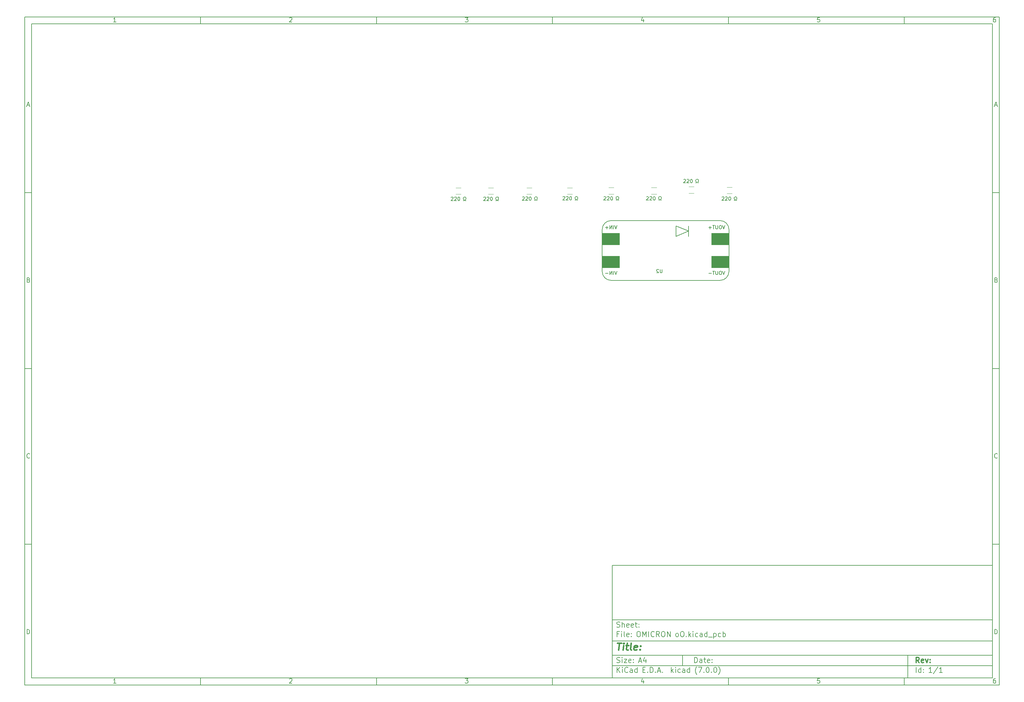
<source format=gbr>
%TF.GenerationSoftware,KiCad,Pcbnew,(7.0.0)*%
%TF.CreationDate,2023-04-21T00:05:07-05:00*%
%TF.ProjectId,OMICRON oO,4f4d4943-524f-44e2-906f-4f2e6b696361,rev?*%
%TF.SameCoordinates,Original*%
%TF.FileFunction,Legend,Bot*%
%TF.FilePolarity,Positive*%
%FSLAX46Y46*%
G04 Gerber Fmt 4.6, Leading zero omitted, Abs format (unit mm)*
G04 Created by KiCad (PCBNEW (7.0.0)) date 2023-04-21 00:05:07*
%MOMM*%
%LPD*%
G01*
G04 APERTURE LIST*
%ADD10C,0.100000*%
%ADD11C,0.150000*%
%ADD12C,0.300000*%
%ADD13C,0.400000*%
%ADD14C,0.120000*%
%ADD15R,5.000000X3.500000*%
G04 APERTURE END LIST*
D10*
D11*
X177002200Y-166007200D02*
X285002200Y-166007200D01*
X285002200Y-198007200D01*
X177002200Y-198007200D01*
X177002200Y-166007200D01*
D10*
D11*
X10000000Y-10000000D02*
X287002200Y-10000000D01*
X287002200Y-200007200D01*
X10000000Y-200007200D01*
X10000000Y-10000000D01*
D10*
D11*
X12000000Y-12000000D02*
X285002200Y-12000000D01*
X285002200Y-198007200D01*
X12000000Y-198007200D01*
X12000000Y-12000000D01*
D10*
D11*
X60000000Y-12000000D02*
X60000000Y-10000000D01*
D10*
D11*
X110000000Y-12000000D02*
X110000000Y-10000000D01*
D10*
D11*
X160000000Y-12000000D02*
X160000000Y-10000000D01*
D10*
D11*
X210000000Y-12000000D02*
X210000000Y-10000000D01*
D10*
D11*
X260000000Y-12000000D02*
X260000000Y-10000000D01*
D10*
D11*
X35990476Y-11477595D02*
X35247619Y-11477595D01*
X35619047Y-11477595D02*
X35619047Y-10177595D01*
X35619047Y-10177595D02*
X35495238Y-10363309D01*
X35495238Y-10363309D02*
X35371428Y-10487119D01*
X35371428Y-10487119D02*
X35247619Y-10549023D01*
D10*
D11*
X85247619Y-10301404D02*
X85309523Y-10239500D01*
X85309523Y-10239500D02*
X85433333Y-10177595D01*
X85433333Y-10177595D02*
X85742857Y-10177595D01*
X85742857Y-10177595D02*
X85866666Y-10239500D01*
X85866666Y-10239500D02*
X85928571Y-10301404D01*
X85928571Y-10301404D02*
X85990476Y-10425214D01*
X85990476Y-10425214D02*
X85990476Y-10549023D01*
X85990476Y-10549023D02*
X85928571Y-10734738D01*
X85928571Y-10734738D02*
X85185714Y-11477595D01*
X85185714Y-11477595D02*
X85990476Y-11477595D01*
D10*
D11*
X135185714Y-10177595D02*
X135990476Y-10177595D01*
X135990476Y-10177595D02*
X135557142Y-10672833D01*
X135557142Y-10672833D02*
X135742857Y-10672833D01*
X135742857Y-10672833D02*
X135866666Y-10734738D01*
X135866666Y-10734738D02*
X135928571Y-10796642D01*
X135928571Y-10796642D02*
X135990476Y-10920452D01*
X135990476Y-10920452D02*
X135990476Y-11229976D01*
X135990476Y-11229976D02*
X135928571Y-11353785D01*
X135928571Y-11353785D02*
X135866666Y-11415690D01*
X135866666Y-11415690D02*
X135742857Y-11477595D01*
X135742857Y-11477595D02*
X135371428Y-11477595D01*
X135371428Y-11477595D02*
X135247619Y-11415690D01*
X135247619Y-11415690D02*
X135185714Y-11353785D01*
D10*
D11*
X185866666Y-10610928D02*
X185866666Y-11477595D01*
X185557142Y-10115690D02*
X185247619Y-11044261D01*
X185247619Y-11044261D02*
X186052380Y-11044261D01*
D10*
D11*
X235928571Y-10177595D02*
X235309523Y-10177595D01*
X235309523Y-10177595D02*
X235247619Y-10796642D01*
X235247619Y-10796642D02*
X235309523Y-10734738D01*
X235309523Y-10734738D02*
X235433333Y-10672833D01*
X235433333Y-10672833D02*
X235742857Y-10672833D01*
X235742857Y-10672833D02*
X235866666Y-10734738D01*
X235866666Y-10734738D02*
X235928571Y-10796642D01*
X235928571Y-10796642D02*
X235990476Y-10920452D01*
X235990476Y-10920452D02*
X235990476Y-11229976D01*
X235990476Y-11229976D02*
X235928571Y-11353785D01*
X235928571Y-11353785D02*
X235866666Y-11415690D01*
X235866666Y-11415690D02*
X235742857Y-11477595D01*
X235742857Y-11477595D02*
X235433333Y-11477595D01*
X235433333Y-11477595D02*
X235309523Y-11415690D01*
X235309523Y-11415690D02*
X235247619Y-11353785D01*
D10*
D11*
X285866666Y-10177595D02*
X285619047Y-10177595D01*
X285619047Y-10177595D02*
X285495238Y-10239500D01*
X285495238Y-10239500D02*
X285433333Y-10301404D01*
X285433333Y-10301404D02*
X285309523Y-10487119D01*
X285309523Y-10487119D02*
X285247619Y-10734738D01*
X285247619Y-10734738D02*
X285247619Y-11229976D01*
X285247619Y-11229976D02*
X285309523Y-11353785D01*
X285309523Y-11353785D02*
X285371428Y-11415690D01*
X285371428Y-11415690D02*
X285495238Y-11477595D01*
X285495238Y-11477595D02*
X285742857Y-11477595D01*
X285742857Y-11477595D02*
X285866666Y-11415690D01*
X285866666Y-11415690D02*
X285928571Y-11353785D01*
X285928571Y-11353785D02*
X285990476Y-11229976D01*
X285990476Y-11229976D02*
X285990476Y-10920452D01*
X285990476Y-10920452D02*
X285928571Y-10796642D01*
X285928571Y-10796642D02*
X285866666Y-10734738D01*
X285866666Y-10734738D02*
X285742857Y-10672833D01*
X285742857Y-10672833D02*
X285495238Y-10672833D01*
X285495238Y-10672833D02*
X285371428Y-10734738D01*
X285371428Y-10734738D02*
X285309523Y-10796642D01*
X285309523Y-10796642D02*
X285247619Y-10920452D01*
D10*
D11*
X60000000Y-198007200D02*
X60000000Y-200007200D01*
D10*
D11*
X110000000Y-198007200D02*
X110000000Y-200007200D01*
D10*
D11*
X160000000Y-198007200D02*
X160000000Y-200007200D01*
D10*
D11*
X210000000Y-198007200D02*
X210000000Y-200007200D01*
D10*
D11*
X260000000Y-198007200D02*
X260000000Y-200007200D01*
D10*
D11*
X35990476Y-199484795D02*
X35247619Y-199484795D01*
X35619047Y-199484795D02*
X35619047Y-198184795D01*
X35619047Y-198184795D02*
X35495238Y-198370509D01*
X35495238Y-198370509D02*
X35371428Y-198494319D01*
X35371428Y-198494319D02*
X35247619Y-198556223D01*
D10*
D11*
X85247619Y-198308604D02*
X85309523Y-198246700D01*
X85309523Y-198246700D02*
X85433333Y-198184795D01*
X85433333Y-198184795D02*
X85742857Y-198184795D01*
X85742857Y-198184795D02*
X85866666Y-198246700D01*
X85866666Y-198246700D02*
X85928571Y-198308604D01*
X85928571Y-198308604D02*
X85990476Y-198432414D01*
X85990476Y-198432414D02*
X85990476Y-198556223D01*
X85990476Y-198556223D02*
X85928571Y-198741938D01*
X85928571Y-198741938D02*
X85185714Y-199484795D01*
X85185714Y-199484795D02*
X85990476Y-199484795D01*
D10*
D11*
X135185714Y-198184795D02*
X135990476Y-198184795D01*
X135990476Y-198184795D02*
X135557142Y-198680033D01*
X135557142Y-198680033D02*
X135742857Y-198680033D01*
X135742857Y-198680033D02*
X135866666Y-198741938D01*
X135866666Y-198741938D02*
X135928571Y-198803842D01*
X135928571Y-198803842D02*
X135990476Y-198927652D01*
X135990476Y-198927652D02*
X135990476Y-199237176D01*
X135990476Y-199237176D02*
X135928571Y-199360985D01*
X135928571Y-199360985D02*
X135866666Y-199422890D01*
X135866666Y-199422890D02*
X135742857Y-199484795D01*
X135742857Y-199484795D02*
X135371428Y-199484795D01*
X135371428Y-199484795D02*
X135247619Y-199422890D01*
X135247619Y-199422890D02*
X135185714Y-199360985D01*
D10*
D11*
X185866666Y-198618128D02*
X185866666Y-199484795D01*
X185557142Y-198122890D02*
X185247619Y-199051461D01*
X185247619Y-199051461D02*
X186052380Y-199051461D01*
D10*
D11*
X235928571Y-198184795D02*
X235309523Y-198184795D01*
X235309523Y-198184795D02*
X235247619Y-198803842D01*
X235247619Y-198803842D02*
X235309523Y-198741938D01*
X235309523Y-198741938D02*
X235433333Y-198680033D01*
X235433333Y-198680033D02*
X235742857Y-198680033D01*
X235742857Y-198680033D02*
X235866666Y-198741938D01*
X235866666Y-198741938D02*
X235928571Y-198803842D01*
X235928571Y-198803842D02*
X235990476Y-198927652D01*
X235990476Y-198927652D02*
X235990476Y-199237176D01*
X235990476Y-199237176D02*
X235928571Y-199360985D01*
X235928571Y-199360985D02*
X235866666Y-199422890D01*
X235866666Y-199422890D02*
X235742857Y-199484795D01*
X235742857Y-199484795D02*
X235433333Y-199484795D01*
X235433333Y-199484795D02*
X235309523Y-199422890D01*
X235309523Y-199422890D02*
X235247619Y-199360985D01*
D10*
D11*
X285866666Y-198184795D02*
X285619047Y-198184795D01*
X285619047Y-198184795D02*
X285495238Y-198246700D01*
X285495238Y-198246700D02*
X285433333Y-198308604D01*
X285433333Y-198308604D02*
X285309523Y-198494319D01*
X285309523Y-198494319D02*
X285247619Y-198741938D01*
X285247619Y-198741938D02*
X285247619Y-199237176D01*
X285247619Y-199237176D02*
X285309523Y-199360985D01*
X285309523Y-199360985D02*
X285371428Y-199422890D01*
X285371428Y-199422890D02*
X285495238Y-199484795D01*
X285495238Y-199484795D02*
X285742857Y-199484795D01*
X285742857Y-199484795D02*
X285866666Y-199422890D01*
X285866666Y-199422890D02*
X285928571Y-199360985D01*
X285928571Y-199360985D02*
X285990476Y-199237176D01*
X285990476Y-199237176D02*
X285990476Y-198927652D01*
X285990476Y-198927652D02*
X285928571Y-198803842D01*
X285928571Y-198803842D02*
X285866666Y-198741938D01*
X285866666Y-198741938D02*
X285742857Y-198680033D01*
X285742857Y-198680033D02*
X285495238Y-198680033D01*
X285495238Y-198680033D02*
X285371428Y-198741938D01*
X285371428Y-198741938D02*
X285309523Y-198803842D01*
X285309523Y-198803842D02*
X285247619Y-198927652D01*
D10*
D11*
X10000000Y-60000000D02*
X12000000Y-60000000D01*
D10*
D11*
X10000000Y-110000000D02*
X12000000Y-110000000D01*
D10*
D11*
X10000000Y-160000000D02*
X12000000Y-160000000D01*
D10*
D11*
X10690476Y-35106166D02*
X11309523Y-35106166D01*
X10566666Y-35477595D02*
X10999999Y-34177595D01*
X10999999Y-34177595D02*
X11433333Y-35477595D01*
D10*
D11*
X11092857Y-84796642D02*
X11278571Y-84858547D01*
X11278571Y-84858547D02*
X11340476Y-84920452D01*
X11340476Y-84920452D02*
X11402380Y-85044261D01*
X11402380Y-85044261D02*
X11402380Y-85229976D01*
X11402380Y-85229976D02*
X11340476Y-85353785D01*
X11340476Y-85353785D02*
X11278571Y-85415690D01*
X11278571Y-85415690D02*
X11154761Y-85477595D01*
X11154761Y-85477595D02*
X10659523Y-85477595D01*
X10659523Y-85477595D02*
X10659523Y-84177595D01*
X10659523Y-84177595D02*
X11092857Y-84177595D01*
X11092857Y-84177595D02*
X11216666Y-84239500D01*
X11216666Y-84239500D02*
X11278571Y-84301404D01*
X11278571Y-84301404D02*
X11340476Y-84425214D01*
X11340476Y-84425214D02*
X11340476Y-84549023D01*
X11340476Y-84549023D02*
X11278571Y-84672833D01*
X11278571Y-84672833D02*
X11216666Y-84734738D01*
X11216666Y-84734738D02*
X11092857Y-84796642D01*
X11092857Y-84796642D02*
X10659523Y-84796642D01*
D10*
D11*
X11402380Y-135353785D02*
X11340476Y-135415690D01*
X11340476Y-135415690D02*
X11154761Y-135477595D01*
X11154761Y-135477595D02*
X11030952Y-135477595D01*
X11030952Y-135477595D02*
X10845238Y-135415690D01*
X10845238Y-135415690D02*
X10721428Y-135291880D01*
X10721428Y-135291880D02*
X10659523Y-135168071D01*
X10659523Y-135168071D02*
X10597619Y-134920452D01*
X10597619Y-134920452D02*
X10597619Y-134734738D01*
X10597619Y-134734738D02*
X10659523Y-134487119D01*
X10659523Y-134487119D02*
X10721428Y-134363309D01*
X10721428Y-134363309D02*
X10845238Y-134239500D01*
X10845238Y-134239500D02*
X11030952Y-134177595D01*
X11030952Y-134177595D02*
X11154761Y-134177595D01*
X11154761Y-134177595D02*
X11340476Y-134239500D01*
X11340476Y-134239500D02*
X11402380Y-134301404D01*
D10*
D11*
X10659523Y-185477595D02*
X10659523Y-184177595D01*
X10659523Y-184177595D02*
X10969047Y-184177595D01*
X10969047Y-184177595D02*
X11154761Y-184239500D01*
X11154761Y-184239500D02*
X11278571Y-184363309D01*
X11278571Y-184363309D02*
X11340476Y-184487119D01*
X11340476Y-184487119D02*
X11402380Y-184734738D01*
X11402380Y-184734738D02*
X11402380Y-184920452D01*
X11402380Y-184920452D02*
X11340476Y-185168071D01*
X11340476Y-185168071D02*
X11278571Y-185291880D01*
X11278571Y-185291880D02*
X11154761Y-185415690D01*
X11154761Y-185415690D02*
X10969047Y-185477595D01*
X10969047Y-185477595D02*
X10659523Y-185477595D01*
D10*
D11*
X287002200Y-60000000D02*
X285002200Y-60000000D01*
D10*
D11*
X287002200Y-110000000D02*
X285002200Y-110000000D01*
D10*
D11*
X287002200Y-160000000D02*
X285002200Y-160000000D01*
D10*
D11*
X285692676Y-35106166D02*
X286311723Y-35106166D01*
X285568866Y-35477595D02*
X286002199Y-34177595D01*
X286002199Y-34177595D02*
X286435533Y-35477595D01*
D10*
D11*
X286095057Y-84796642D02*
X286280771Y-84858547D01*
X286280771Y-84858547D02*
X286342676Y-84920452D01*
X286342676Y-84920452D02*
X286404580Y-85044261D01*
X286404580Y-85044261D02*
X286404580Y-85229976D01*
X286404580Y-85229976D02*
X286342676Y-85353785D01*
X286342676Y-85353785D02*
X286280771Y-85415690D01*
X286280771Y-85415690D02*
X286156961Y-85477595D01*
X286156961Y-85477595D02*
X285661723Y-85477595D01*
X285661723Y-85477595D02*
X285661723Y-84177595D01*
X285661723Y-84177595D02*
X286095057Y-84177595D01*
X286095057Y-84177595D02*
X286218866Y-84239500D01*
X286218866Y-84239500D02*
X286280771Y-84301404D01*
X286280771Y-84301404D02*
X286342676Y-84425214D01*
X286342676Y-84425214D02*
X286342676Y-84549023D01*
X286342676Y-84549023D02*
X286280771Y-84672833D01*
X286280771Y-84672833D02*
X286218866Y-84734738D01*
X286218866Y-84734738D02*
X286095057Y-84796642D01*
X286095057Y-84796642D02*
X285661723Y-84796642D01*
D10*
D11*
X286404580Y-135353785D02*
X286342676Y-135415690D01*
X286342676Y-135415690D02*
X286156961Y-135477595D01*
X286156961Y-135477595D02*
X286033152Y-135477595D01*
X286033152Y-135477595D02*
X285847438Y-135415690D01*
X285847438Y-135415690D02*
X285723628Y-135291880D01*
X285723628Y-135291880D02*
X285661723Y-135168071D01*
X285661723Y-135168071D02*
X285599819Y-134920452D01*
X285599819Y-134920452D02*
X285599819Y-134734738D01*
X285599819Y-134734738D02*
X285661723Y-134487119D01*
X285661723Y-134487119D02*
X285723628Y-134363309D01*
X285723628Y-134363309D02*
X285847438Y-134239500D01*
X285847438Y-134239500D02*
X286033152Y-134177595D01*
X286033152Y-134177595D02*
X286156961Y-134177595D01*
X286156961Y-134177595D02*
X286342676Y-134239500D01*
X286342676Y-134239500D02*
X286404580Y-134301404D01*
D10*
D11*
X285661723Y-185477595D02*
X285661723Y-184177595D01*
X285661723Y-184177595D02*
X285971247Y-184177595D01*
X285971247Y-184177595D02*
X286156961Y-184239500D01*
X286156961Y-184239500D02*
X286280771Y-184363309D01*
X286280771Y-184363309D02*
X286342676Y-184487119D01*
X286342676Y-184487119D02*
X286404580Y-184734738D01*
X286404580Y-184734738D02*
X286404580Y-184920452D01*
X286404580Y-184920452D02*
X286342676Y-185168071D01*
X286342676Y-185168071D02*
X286280771Y-185291880D01*
X286280771Y-185291880D02*
X286156961Y-185415690D01*
X286156961Y-185415690D02*
X285971247Y-185477595D01*
X285971247Y-185477595D02*
X285661723Y-185477595D01*
D10*
D11*
X200359342Y-193658271D02*
X200359342Y-192158271D01*
X200359342Y-192158271D02*
X200716485Y-192158271D01*
X200716485Y-192158271D02*
X200930771Y-192229700D01*
X200930771Y-192229700D02*
X201073628Y-192372557D01*
X201073628Y-192372557D02*
X201145057Y-192515414D01*
X201145057Y-192515414D02*
X201216485Y-192801128D01*
X201216485Y-192801128D02*
X201216485Y-193015414D01*
X201216485Y-193015414D02*
X201145057Y-193301128D01*
X201145057Y-193301128D02*
X201073628Y-193443985D01*
X201073628Y-193443985D02*
X200930771Y-193586842D01*
X200930771Y-193586842D02*
X200716485Y-193658271D01*
X200716485Y-193658271D02*
X200359342Y-193658271D01*
X202502200Y-193658271D02*
X202502200Y-192872557D01*
X202502200Y-192872557D02*
X202430771Y-192729700D01*
X202430771Y-192729700D02*
X202287914Y-192658271D01*
X202287914Y-192658271D02*
X202002200Y-192658271D01*
X202002200Y-192658271D02*
X201859342Y-192729700D01*
X202502200Y-193586842D02*
X202359342Y-193658271D01*
X202359342Y-193658271D02*
X202002200Y-193658271D01*
X202002200Y-193658271D02*
X201859342Y-193586842D01*
X201859342Y-193586842D02*
X201787914Y-193443985D01*
X201787914Y-193443985D02*
X201787914Y-193301128D01*
X201787914Y-193301128D02*
X201859342Y-193158271D01*
X201859342Y-193158271D02*
X202002200Y-193086842D01*
X202002200Y-193086842D02*
X202359342Y-193086842D01*
X202359342Y-193086842D02*
X202502200Y-193015414D01*
X203002200Y-192658271D02*
X203573628Y-192658271D01*
X203216485Y-192158271D02*
X203216485Y-193443985D01*
X203216485Y-193443985D02*
X203287914Y-193586842D01*
X203287914Y-193586842D02*
X203430771Y-193658271D01*
X203430771Y-193658271D02*
X203573628Y-193658271D01*
X204645057Y-193586842D02*
X204502200Y-193658271D01*
X204502200Y-193658271D02*
X204216486Y-193658271D01*
X204216486Y-193658271D02*
X204073628Y-193586842D01*
X204073628Y-193586842D02*
X204002200Y-193443985D01*
X204002200Y-193443985D02*
X204002200Y-192872557D01*
X204002200Y-192872557D02*
X204073628Y-192729700D01*
X204073628Y-192729700D02*
X204216486Y-192658271D01*
X204216486Y-192658271D02*
X204502200Y-192658271D01*
X204502200Y-192658271D02*
X204645057Y-192729700D01*
X204645057Y-192729700D02*
X204716486Y-192872557D01*
X204716486Y-192872557D02*
X204716486Y-193015414D01*
X204716486Y-193015414D02*
X204002200Y-193158271D01*
X205359342Y-193515414D02*
X205430771Y-193586842D01*
X205430771Y-193586842D02*
X205359342Y-193658271D01*
X205359342Y-193658271D02*
X205287914Y-193586842D01*
X205287914Y-193586842D02*
X205359342Y-193515414D01*
X205359342Y-193515414D02*
X205359342Y-193658271D01*
X205359342Y-192729700D02*
X205430771Y-192801128D01*
X205430771Y-192801128D02*
X205359342Y-192872557D01*
X205359342Y-192872557D02*
X205287914Y-192801128D01*
X205287914Y-192801128D02*
X205359342Y-192729700D01*
X205359342Y-192729700D02*
X205359342Y-192872557D01*
D10*
D11*
X177002200Y-194507200D02*
X285002200Y-194507200D01*
D10*
D11*
X178359342Y-196458271D02*
X178359342Y-194958271D01*
X179216485Y-196458271D02*
X178573628Y-195601128D01*
X179216485Y-194958271D02*
X178359342Y-195815414D01*
X179859342Y-196458271D02*
X179859342Y-195458271D01*
X179859342Y-194958271D02*
X179787914Y-195029700D01*
X179787914Y-195029700D02*
X179859342Y-195101128D01*
X179859342Y-195101128D02*
X179930771Y-195029700D01*
X179930771Y-195029700D02*
X179859342Y-194958271D01*
X179859342Y-194958271D02*
X179859342Y-195101128D01*
X181430771Y-196315414D02*
X181359343Y-196386842D01*
X181359343Y-196386842D02*
X181145057Y-196458271D01*
X181145057Y-196458271D02*
X181002200Y-196458271D01*
X181002200Y-196458271D02*
X180787914Y-196386842D01*
X180787914Y-196386842D02*
X180645057Y-196243985D01*
X180645057Y-196243985D02*
X180573628Y-196101128D01*
X180573628Y-196101128D02*
X180502200Y-195815414D01*
X180502200Y-195815414D02*
X180502200Y-195601128D01*
X180502200Y-195601128D02*
X180573628Y-195315414D01*
X180573628Y-195315414D02*
X180645057Y-195172557D01*
X180645057Y-195172557D02*
X180787914Y-195029700D01*
X180787914Y-195029700D02*
X181002200Y-194958271D01*
X181002200Y-194958271D02*
X181145057Y-194958271D01*
X181145057Y-194958271D02*
X181359343Y-195029700D01*
X181359343Y-195029700D02*
X181430771Y-195101128D01*
X182716486Y-196458271D02*
X182716486Y-195672557D01*
X182716486Y-195672557D02*
X182645057Y-195529700D01*
X182645057Y-195529700D02*
X182502200Y-195458271D01*
X182502200Y-195458271D02*
X182216486Y-195458271D01*
X182216486Y-195458271D02*
X182073628Y-195529700D01*
X182716486Y-196386842D02*
X182573628Y-196458271D01*
X182573628Y-196458271D02*
X182216486Y-196458271D01*
X182216486Y-196458271D02*
X182073628Y-196386842D01*
X182073628Y-196386842D02*
X182002200Y-196243985D01*
X182002200Y-196243985D02*
X182002200Y-196101128D01*
X182002200Y-196101128D02*
X182073628Y-195958271D01*
X182073628Y-195958271D02*
X182216486Y-195886842D01*
X182216486Y-195886842D02*
X182573628Y-195886842D01*
X182573628Y-195886842D02*
X182716486Y-195815414D01*
X184073629Y-196458271D02*
X184073629Y-194958271D01*
X184073629Y-196386842D02*
X183930771Y-196458271D01*
X183930771Y-196458271D02*
X183645057Y-196458271D01*
X183645057Y-196458271D02*
X183502200Y-196386842D01*
X183502200Y-196386842D02*
X183430771Y-196315414D01*
X183430771Y-196315414D02*
X183359343Y-196172557D01*
X183359343Y-196172557D02*
X183359343Y-195743985D01*
X183359343Y-195743985D02*
X183430771Y-195601128D01*
X183430771Y-195601128D02*
X183502200Y-195529700D01*
X183502200Y-195529700D02*
X183645057Y-195458271D01*
X183645057Y-195458271D02*
X183930771Y-195458271D01*
X183930771Y-195458271D02*
X184073629Y-195529700D01*
X185687914Y-195672557D02*
X186187914Y-195672557D01*
X186402200Y-196458271D02*
X185687914Y-196458271D01*
X185687914Y-196458271D02*
X185687914Y-194958271D01*
X185687914Y-194958271D02*
X186402200Y-194958271D01*
X187045057Y-196315414D02*
X187116486Y-196386842D01*
X187116486Y-196386842D02*
X187045057Y-196458271D01*
X187045057Y-196458271D02*
X186973629Y-196386842D01*
X186973629Y-196386842D02*
X187045057Y-196315414D01*
X187045057Y-196315414D02*
X187045057Y-196458271D01*
X187759343Y-196458271D02*
X187759343Y-194958271D01*
X187759343Y-194958271D02*
X188116486Y-194958271D01*
X188116486Y-194958271D02*
X188330772Y-195029700D01*
X188330772Y-195029700D02*
X188473629Y-195172557D01*
X188473629Y-195172557D02*
X188545058Y-195315414D01*
X188545058Y-195315414D02*
X188616486Y-195601128D01*
X188616486Y-195601128D02*
X188616486Y-195815414D01*
X188616486Y-195815414D02*
X188545058Y-196101128D01*
X188545058Y-196101128D02*
X188473629Y-196243985D01*
X188473629Y-196243985D02*
X188330772Y-196386842D01*
X188330772Y-196386842D02*
X188116486Y-196458271D01*
X188116486Y-196458271D02*
X187759343Y-196458271D01*
X189259343Y-196315414D02*
X189330772Y-196386842D01*
X189330772Y-196386842D02*
X189259343Y-196458271D01*
X189259343Y-196458271D02*
X189187915Y-196386842D01*
X189187915Y-196386842D02*
X189259343Y-196315414D01*
X189259343Y-196315414D02*
X189259343Y-196458271D01*
X189902201Y-196029700D02*
X190616487Y-196029700D01*
X189759344Y-196458271D02*
X190259344Y-194958271D01*
X190259344Y-194958271D02*
X190759344Y-196458271D01*
X191259343Y-196315414D02*
X191330772Y-196386842D01*
X191330772Y-196386842D02*
X191259343Y-196458271D01*
X191259343Y-196458271D02*
X191187915Y-196386842D01*
X191187915Y-196386842D02*
X191259343Y-196315414D01*
X191259343Y-196315414D02*
X191259343Y-196458271D01*
X193773629Y-196458271D02*
X193773629Y-194958271D01*
X193916487Y-195886842D02*
X194345058Y-196458271D01*
X194345058Y-195458271D02*
X193773629Y-196029700D01*
X194987915Y-196458271D02*
X194987915Y-195458271D01*
X194987915Y-194958271D02*
X194916487Y-195029700D01*
X194916487Y-195029700D02*
X194987915Y-195101128D01*
X194987915Y-195101128D02*
X195059344Y-195029700D01*
X195059344Y-195029700D02*
X194987915Y-194958271D01*
X194987915Y-194958271D02*
X194987915Y-195101128D01*
X196345059Y-196386842D02*
X196202201Y-196458271D01*
X196202201Y-196458271D02*
X195916487Y-196458271D01*
X195916487Y-196458271D02*
X195773630Y-196386842D01*
X195773630Y-196386842D02*
X195702201Y-196315414D01*
X195702201Y-196315414D02*
X195630773Y-196172557D01*
X195630773Y-196172557D02*
X195630773Y-195743985D01*
X195630773Y-195743985D02*
X195702201Y-195601128D01*
X195702201Y-195601128D02*
X195773630Y-195529700D01*
X195773630Y-195529700D02*
X195916487Y-195458271D01*
X195916487Y-195458271D02*
X196202201Y-195458271D01*
X196202201Y-195458271D02*
X196345059Y-195529700D01*
X197630773Y-196458271D02*
X197630773Y-195672557D01*
X197630773Y-195672557D02*
X197559344Y-195529700D01*
X197559344Y-195529700D02*
X197416487Y-195458271D01*
X197416487Y-195458271D02*
X197130773Y-195458271D01*
X197130773Y-195458271D02*
X196987915Y-195529700D01*
X197630773Y-196386842D02*
X197487915Y-196458271D01*
X197487915Y-196458271D02*
X197130773Y-196458271D01*
X197130773Y-196458271D02*
X196987915Y-196386842D01*
X196987915Y-196386842D02*
X196916487Y-196243985D01*
X196916487Y-196243985D02*
X196916487Y-196101128D01*
X196916487Y-196101128D02*
X196987915Y-195958271D01*
X196987915Y-195958271D02*
X197130773Y-195886842D01*
X197130773Y-195886842D02*
X197487915Y-195886842D01*
X197487915Y-195886842D02*
X197630773Y-195815414D01*
X198987916Y-196458271D02*
X198987916Y-194958271D01*
X198987916Y-196386842D02*
X198845058Y-196458271D01*
X198845058Y-196458271D02*
X198559344Y-196458271D01*
X198559344Y-196458271D02*
X198416487Y-196386842D01*
X198416487Y-196386842D02*
X198345058Y-196315414D01*
X198345058Y-196315414D02*
X198273630Y-196172557D01*
X198273630Y-196172557D02*
X198273630Y-195743985D01*
X198273630Y-195743985D02*
X198345058Y-195601128D01*
X198345058Y-195601128D02*
X198416487Y-195529700D01*
X198416487Y-195529700D02*
X198559344Y-195458271D01*
X198559344Y-195458271D02*
X198845058Y-195458271D01*
X198845058Y-195458271D02*
X198987916Y-195529700D01*
X201030773Y-197029700D02*
X200959344Y-196958271D01*
X200959344Y-196958271D02*
X200816487Y-196743985D01*
X200816487Y-196743985D02*
X200745059Y-196601128D01*
X200745059Y-196601128D02*
X200673630Y-196386842D01*
X200673630Y-196386842D02*
X200602201Y-196029700D01*
X200602201Y-196029700D02*
X200602201Y-195743985D01*
X200602201Y-195743985D02*
X200673630Y-195386842D01*
X200673630Y-195386842D02*
X200745059Y-195172557D01*
X200745059Y-195172557D02*
X200816487Y-195029700D01*
X200816487Y-195029700D02*
X200959344Y-194815414D01*
X200959344Y-194815414D02*
X201030773Y-194743985D01*
X201459344Y-194958271D02*
X202459344Y-194958271D01*
X202459344Y-194958271D02*
X201816487Y-196458271D01*
X203030772Y-196315414D02*
X203102201Y-196386842D01*
X203102201Y-196386842D02*
X203030772Y-196458271D01*
X203030772Y-196458271D02*
X202959344Y-196386842D01*
X202959344Y-196386842D02*
X203030772Y-196315414D01*
X203030772Y-196315414D02*
X203030772Y-196458271D01*
X204030773Y-194958271D02*
X204173630Y-194958271D01*
X204173630Y-194958271D02*
X204316487Y-195029700D01*
X204316487Y-195029700D02*
X204387916Y-195101128D01*
X204387916Y-195101128D02*
X204459344Y-195243985D01*
X204459344Y-195243985D02*
X204530773Y-195529700D01*
X204530773Y-195529700D02*
X204530773Y-195886842D01*
X204530773Y-195886842D02*
X204459344Y-196172557D01*
X204459344Y-196172557D02*
X204387916Y-196315414D01*
X204387916Y-196315414D02*
X204316487Y-196386842D01*
X204316487Y-196386842D02*
X204173630Y-196458271D01*
X204173630Y-196458271D02*
X204030773Y-196458271D01*
X204030773Y-196458271D02*
X203887916Y-196386842D01*
X203887916Y-196386842D02*
X203816487Y-196315414D01*
X203816487Y-196315414D02*
X203745058Y-196172557D01*
X203745058Y-196172557D02*
X203673630Y-195886842D01*
X203673630Y-195886842D02*
X203673630Y-195529700D01*
X203673630Y-195529700D02*
X203745058Y-195243985D01*
X203745058Y-195243985D02*
X203816487Y-195101128D01*
X203816487Y-195101128D02*
X203887916Y-195029700D01*
X203887916Y-195029700D02*
X204030773Y-194958271D01*
X205173629Y-196315414D02*
X205245058Y-196386842D01*
X205245058Y-196386842D02*
X205173629Y-196458271D01*
X205173629Y-196458271D02*
X205102201Y-196386842D01*
X205102201Y-196386842D02*
X205173629Y-196315414D01*
X205173629Y-196315414D02*
X205173629Y-196458271D01*
X206173630Y-194958271D02*
X206316487Y-194958271D01*
X206316487Y-194958271D02*
X206459344Y-195029700D01*
X206459344Y-195029700D02*
X206530773Y-195101128D01*
X206530773Y-195101128D02*
X206602201Y-195243985D01*
X206602201Y-195243985D02*
X206673630Y-195529700D01*
X206673630Y-195529700D02*
X206673630Y-195886842D01*
X206673630Y-195886842D02*
X206602201Y-196172557D01*
X206602201Y-196172557D02*
X206530773Y-196315414D01*
X206530773Y-196315414D02*
X206459344Y-196386842D01*
X206459344Y-196386842D02*
X206316487Y-196458271D01*
X206316487Y-196458271D02*
X206173630Y-196458271D01*
X206173630Y-196458271D02*
X206030773Y-196386842D01*
X206030773Y-196386842D02*
X205959344Y-196315414D01*
X205959344Y-196315414D02*
X205887915Y-196172557D01*
X205887915Y-196172557D02*
X205816487Y-195886842D01*
X205816487Y-195886842D02*
X205816487Y-195529700D01*
X205816487Y-195529700D02*
X205887915Y-195243985D01*
X205887915Y-195243985D02*
X205959344Y-195101128D01*
X205959344Y-195101128D02*
X206030773Y-195029700D01*
X206030773Y-195029700D02*
X206173630Y-194958271D01*
X207173629Y-197029700D02*
X207245058Y-196958271D01*
X207245058Y-196958271D02*
X207387915Y-196743985D01*
X207387915Y-196743985D02*
X207459344Y-196601128D01*
X207459344Y-196601128D02*
X207530772Y-196386842D01*
X207530772Y-196386842D02*
X207602201Y-196029700D01*
X207602201Y-196029700D02*
X207602201Y-195743985D01*
X207602201Y-195743985D02*
X207530772Y-195386842D01*
X207530772Y-195386842D02*
X207459344Y-195172557D01*
X207459344Y-195172557D02*
X207387915Y-195029700D01*
X207387915Y-195029700D02*
X207245058Y-194815414D01*
X207245058Y-194815414D02*
X207173629Y-194743985D01*
D10*
D11*
X177002200Y-191507200D02*
X285002200Y-191507200D01*
D10*
D12*
X264216485Y-193658271D02*
X263716485Y-192943985D01*
X263359342Y-193658271D02*
X263359342Y-192158271D01*
X263359342Y-192158271D02*
X263930771Y-192158271D01*
X263930771Y-192158271D02*
X264073628Y-192229700D01*
X264073628Y-192229700D02*
X264145057Y-192301128D01*
X264145057Y-192301128D02*
X264216485Y-192443985D01*
X264216485Y-192443985D02*
X264216485Y-192658271D01*
X264216485Y-192658271D02*
X264145057Y-192801128D01*
X264145057Y-192801128D02*
X264073628Y-192872557D01*
X264073628Y-192872557D02*
X263930771Y-192943985D01*
X263930771Y-192943985D02*
X263359342Y-192943985D01*
X265430771Y-193586842D02*
X265287914Y-193658271D01*
X265287914Y-193658271D02*
X265002200Y-193658271D01*
X265002200Y-193658271D02*
X264859342Y-193586842D01*
X264859342Y-193586842D02*
X264787914Y-193443985D01*
X264787914Y-193443985D02*
X264787914Y-192872557D01*
X264787914Y-192872557D02*
X264859342Y-192729700D01*
X264859342Y-192729700D02*
X265002200Y-192658271D01*
X265002200Y-192658271D02*
X265287914Y-192658271D01*
X265287914Y-192658271D02*
X265430771Y-192729700D01*
X265430771Y-192729700D02*
X265502200Y-192872557D01*
X265502200Y-192872557D02*
X265502200Y-193015414D01*
X265502200Y-193015414D02*
X264787914Y-193158271D01*
X266002199Y-192658271D02*
X266359342Y-193658271D01*
X266359342Y-193658271D02*
X266716485Y-192658271D01*
X267287913Y-193515414D02*
X267359342Y-193586842D01*
X267359342Y-193586842D02*
X267287913Y-193658271D01*
X267287913Y-193658271D02*
X267216485Y-193586842D01*
X267216485Y-193586842D02*
X267287913Y-193515414D01*
X267287913Y-193515414D02*
X267287913Y-193658271D01*
X267287913Y-192729700D02*
X267359342Y-192801128D01*
X267359342Y-192801128D02*
X267287913Y-192872557D01*
X267287913Y-192872557D02*
X267216485Y-192801128D01*
X267216485Y-192801128D02*
X267287913Y-192729700D01*
X267287913Y-192729700D02*
X267287913Y-192872557D01*
D10*
D11*
X178287914Y-193586842D02*
X178502200Y-193658271D01*
X178502200Y-193658271D02*
X178859342Y-193658271D01*
X178859342Y-193658271D02*
X179002200Y-193586842D01*
X179002200Y-193586842D02*
X179073628Y-193515414D01*
X179073628Y-193515414D02*
X179145057Y-193372557D01*
X179145057Y-193372557D02*
X179145057Y-193229700D01*
X179145057Y-193229700D02*
X179073628Y-193086842D01*
X179073628Y-193086842D02*
X179002200Y-193015414D01*
X179002200Y-193015414D02*
X178859342Y-192943985D01*
X178859342Y-192943985D02*
X178573628Y-192872557D01*
X178573628Y-192872557D02*
X178430771Y-192801128D01*
X178430771Y-192801128D02*
X178359342Y-192729700D01*
X178359342Y-192729700D02*
X178287914Y-192586842D01*
X178287914Y-192586842D02*
X178287914Y-192443985D01*
X178287914Y-192443985D02*
X178359342Y-192301128D01*
X178359342Y-192301128D02*
X178430771Y-192229700D01*
X178430771Y-192229700D02*
X178573628Y-192158271D01*
X178573628Y-192158271D02*
X178930771Y-192158271D01*
X178930771Y-192158271D02*
X179145057Y-192229700D01*
X179787913Y-193658271D02*
X179787913Y-192658271D01*
X179787913Y-192158271D02*
X179716485Y-192229700D01*
X179716485Y-192229700D02*
X179787913Y-192301128D01*
X179787913Y-192301128D02*
X179859342Y-192229700D01*
X179859342Y-192229700D02*
X179787913Y-192158271D01*
X179787913Y-192158271D02*
X179787913Y-192301128D01*
X180359342Y-192658271D02*
X181145057Y-192658271D01*
X181145057Y-192658271D02*
X180359342Y-193658271D01*
X180359342Y-193658271D02*
X181145057Y-193658271D01*
X182287914Y-193586842D02*
X182145057Y-193658271D01*
X182145057Y-193658271D02*
X181859343Y-193658271D01*
X181859343Y-193658271D02*
X181716485Y-193586842D01*
X181716485Y-193586842D02*
X181645057Y-193443985D01*
X181645057Y-193443985D02*
X181645057Y-192872557D01*
X181645057Y-192872557D02*
X181716485Y-192729700D01*
X181716485Y-192729700D02*
X181859343Y-192658271D01*
X181859343Y-192658271D02*
X182145057Y-192658271D01*
X182145057Y-192658271D02*
X182287914Y-192729700D01*
X182287914Y-192729700D02*
X182359343Y-192872557D01*
X182359343Y-192872557D02*
X182359343Y-193015414D01*
X182359343Y-193015414D02*
X181645057Y-193158271D01*
X183002199Y-193515414D02*
X183073628Y-193586842D01*
X183073628Y-193586842D02*
X183002199Y-193658271D01*
X183002199Y-193658271D02*
X182930771Y-193586842D01*
X182930771Y-193586842D02*
X183002199Y-193515414D01*
X183002199Y-193515414D02*
X183002199Y-193658271D01*
X183002199Y-192729700D02*
X183073628Y-192801128D01*
X183073628Y-192801128D02*
X183002199Y-192872557D01*
X183002199Y-192872557D02*
X182930771Y-192801128D01*
X182930771Y-192801128D02*
X183002199Y-192729700D01*
X183002199Y-192729700D02*
X183002199Y-192872557D01*
X184545057Y-193229700D02*
X185259343Y-193229700D01*
X184402200Y-193658271D02*
X184902200Y-192158271D01*
X184902200Y-192158271D02*
X185402200Y-193658271D01*
X186545057Y-192658271D02*
X186545057Y-193658271D01*
X186187914Y-192086842D02*
X185830771Y-193158271D01*
X185830771Y-193158271D02*
X186759342Y-193158271D01*
D10*
D11*
X263359342Y-196458271D02*
X263359342Y-194958271D01*
X264716486Y-196458271D02*
X264716486Y-194958271D01*
X264716486Y-196386842D02*
X264573628Y-196458271D01*
X264573628Y-196458271D02*
X264287914Y-196458271D01*
X264287914Y-196458271D02*
X264145057Y-196386842D01*
X264145057Y-196386842D02*
X264073628Y-196315414D01*
X264073628Y-196315414D02*
X264002200Y-196172557D01*
X264002200Y-196172557D02*
X264002200Y-195743985D01*
X264002200Y-195743985D02*
X264073628Y-195601128D01*
X264073628Y-195601128D02*
X264145057Y-195529700D01*
X264145057Y-195529700D02*
X264287914Y-195458271D01*
X264287914Y-195458271D02*
X264573628Y-195458271D01*
X264573628Y-195458271D02*
X264716486Y-195529700D01*
X265430771Y-196315414D02*
X265502200Y-196386842D01*
X265502200Y-196386842D02*
X265430771Y-196458271D01*
X265430771Y-196458271D02*
X265359343Y-196386842D01*
X265359343Y-196386842D02*
X265430771Y-196315414D01*
X265430771Y-196315414D02*
X265430771Y-196458271D01*
X265430771Y-195529700D02*
X265502200Y-195601128D01*
X265502200Y-195601128D02*
X265430771Y-195672557D01*
X265430771Y-195672557D02*
X265359343Y-195601128D01*
X265359343Y-195601128D02*
X265430771Y-195529700D01*
X265430771Y-195529700D02*
X265430771Y-195672557D01*
X267830772Y-196458271D02*
X266973629Y-196458271D01*
X267402200Y-196458271D02*
X267402200Y-194958271D01*
X267402200Y-194958271D02*
X267259343Y-195172557D01*
X267259343Y-195172557D02*
X267116486Y-195315414D01*
X267116486Y-195315414D02*
X266973629Y-195386842D01*
X269545057Y-194886842D02*
X268259343Y-196815414D01*
X270830772Y-196458271D02*
X269973629Y-196458271D01*
X270402200Y-196458271D02*
X270402200Y-194958271D01*
X270402200Y-194958271D02*
X270259343Y-195172557D01*
X270259343Y-195172557D02*
X270116486Y-195315414D01*
X270116486Y-195315414D02*
X269973629Y-195386842D01*
D10*
D11*
X177002200Y-187507200D02*
X285002200Y-187507200D01*
D10*
D13*
X178454580Y-188041961D02*
X179597438Y-188041961D01*
X178776009Y-190041961D02*
X179026009Y-188041961D01*
X180014105Y-190041961D02*
X180180771Y-188708628D01*
X180264105Y-188041961D02*
X180156962Y-188137200D01*
X180156962Y-188137200D02*
X180240295Y-188232438D01*
X180240295Y-188232438D02*
X180347438Y-188137200D01*
X180347438Y-188137200D02*
X180264105Y-188041961D01*
X180264105Y-188041961D02*
X180240295Y-188232438D01*
X180847438Y-188708628D02*
X181609343Y-188708628D01*
X181216486Y-188041961D02*
X181002200Y-189756247D01*
X181002200Y-189756247D02*
X181073629Y-189946723D01*
X181073629Y-189946723D02*
X181252200Y-190041961D01*
X181252200Y-190041961D02*
X181442676Y-190041961D01*
X182395057Y-190041961D02*
X182216486Y-189946723D01*
X182216486Y-189946723D02*
X182145057Y-189756247D01*
X182145057Y-189756247D02*
X182359343Y-188041961D01*
X183930771Y-189946723D02*
X183728390Y-190041961D01*
X183728390Y-190041961D02*
X183347438Y-190041961D01*
X183347438Y-190041961D02*
X183168867Y-189946723D01*
X183168867Y-189946723D02*
X183097438Y-189756247D01*
X183097438Y-189756247D02*
X183192676Y-188994342D01*
X183192676Y-188994342D02*
X183311724Y-188803866D01*
X183311724Y-188803866D02*
X183514105Y-188708628D01*
X183514105Y-188708628D02*
X183895057Y-188708628D01*
X183895057Y-188708628D02*
X184073628Y-188803866D01*
X184073628Y-188803866D02*
X184145057Y-188994342D01*
X184145057Y-188994342D02*
X184121247Y-189184819D01*
X184121247Y-189184819D02*
X183145057Y-189375295D01*
X184895057Y-189851485D02*
X184978391Y-189946723D01*
X184978391Y-189946723D02*
X184871248Y-190041961D01*
X184871248Y-190041961D02*
X184787914Y-189946723D01*
X184787914Y-189946723D02*
X184895057Y-189851485D01*
X184895057Y-189851485D02*
X184871248Y-190041961D01*
X185026010Y-188803866D02*
X185109343Y-188899104D01*
X185109343Y-188899104D02*
X185002200Y-188994342D01*
X185002200Y-188994342D02*
X184918867Y-188899104D01*
X184918867Y-188899104D02*
X185026010Y-188803866D01*
X185026010Y-188803866D02*
X185002200Y-188994342D01*
D10*
D11*
X178859342Y-185472557D02*
X178359342Y-185472557D01*
X178359342Y-186258271D02*
X178359342Y-184758271D01*
X178359342Y-184758271D02*
X179073628Y-184758271D01*
X179645056Y-186258271D02*
X179645056Y-185258271D01*
X179645056Y-184758271D02*
X179573628Y-184829700D01*
X179573628Y-184829700D02*
X179645056Y-184901128D01*
X179645056Y-184901128D02*
X179716485Y-184829700D01*
X179716485Y-184829700D02*
X179645056Y-184758271D01*
X179645056Y-184758271D02*
X179645056Y-184901128D01*
X180573628Y-186258271D02*
X180430771Y-186186842D01*
X180430771Y-186186842D02*
X180359342Y-186043985D01*
X180359342Y-186043985D02*
X180359342Y-184758271D01*
X181716485Y-186186842D02*
X181573628Y-186258271D01*
X181573628Y-186258271D02*
X181287914Y-186258271D01*
X181287914Y-186258271D02*
X181145056Y-186186842D01*
X181145056Y-186186842D02*
X181073628Y-186043985D01*
X181073628Y-186043985D02*
X181073628Y-185472557D01*
X181073628Y-185472557D02*
X181145056Y-185329700D01*
X181145056Y-185329700D02*
X181287914Y-185258271D01*
X181287914Y-185258271D02*
X181573628Y-185258271D01*
X181573628Y-185258271D02*
X181716485Y-185329700D01*
X181716485Y-185329700D02*
X181787914Y-185472557D01*
X181787914Y-185472557D02*
X181787914Y-185615414D01*
X181787914Y-185615414D02*
X181073628Y-185758271D01*
X182430770Y-186115414D02*
X182502199Y-186186842D01*
X182502199Y-186186842D02*
X182430770Y-186258271D01*
X182430770Y-186258271D02*
X182359342Y-186186842D01*
X182359342Y-186186842D02*
X182430770Y-186115414D01*
X182430770Y-186115414D02*
X182430770Y-186258271D01*
X182430770Y-185329700D02*
X182502199Y-185401128D01*
X182502199Y-185401128D02*
X182430770Y-185472557D01*
X182430770Y-185472557D02*
X182359342Y-185401128D01*
X182359342Y-185401128D02*
X182430770Y-185329700D01*
X182430770Y-185329700D02*
X182430770Y-185472557D01*
X184330771Y-184758271D02*
X184616485Y-184758271D01*
X184616485Y-184758271D02*
X184759342Y-184829700D01*
X184759342Y-184829700D02*
X184902199Y-184972557D01*
X184902199Y-184972557D02*
X184973628Y-185258271D01*
X184973628Y-185258271D02*
X184973628Y-185758271D01*
X184973628Y-185758271D02*
X184902199Y-186043985D01*
X184902199Y-186043985D02*
X184759342Y-186186842D01*
X184759342Y-186186842D02*
X184616485Y-186258271D01*
X184616485Y-186258271D02*
X184330771Y-186258271D01*
X184330771Y-186258271D02*
X184187914Y-186186842D01*
X184187914Y-186186842D02*
X184045056Y-186043985D01*
X184045056Y-186043985D02*
X183973628Y-185758271D01*
X183973628Y-185758271D02*
X183973628Y-185258271D01*
X183973628Y-185258271D02*
X184045056Y-184972557D01*
X184045056Y-184972557D02*
X184187914Y-184829700D01*
X184187914Y-184829700D02*
X184330771Y-184758271D01*
X185616485Y-186258271D02*
X185616485Y-184758271D01*
X185616485Y-184758271D02*
X186116485Y-185829700D01*
X186116485Y-185829700D02*
X186616485Y-184758271D01*
X186616485Y-184758271D02*
X186616485Y-186258271D01*
X187330771Y-186258271D02*
X187330771Y-184758271D01*
X188902200Y-186115414D02*
X188830772Y-186186842D01*
X188830772Y-186186842D02*
X188616486Y-186258271D01*
X188616486Y-186258271D02*
X188473629Y-186258271D01*
X188473629Y-186258271D02*
X188259343Y-186186842D01*
X188259343Y-186186842D02*
X188116486Y-186043985D01*
X188116486Y-186043985D02*
X188045057Y-185901128D01*
X188045057Y-185901128D02*
X187973629Y-185615414D01*
X187973629Y-185615414D02*
X187973629Y-185401128D01*
X187973629Y-185401128D02*
X188045057Y-185115414D01*
X188045057Y-185115414D02*
X188116486Y-184972557D01*
X188116486Y-184972557D02*
X188259343Y-184829700D01*
X188259343Y-184829700D02*
X188473629Y-184758271D01*
X188473629Y-184758271D02*
X188616486Y-184758271D01*
X188616486Y-184758271D02*
X188830772Y-184829700D01*
X188830772Y-184829700D02*
X188902200Y-184901128D01*
X190402200Y-186258271D02*
X189902200Y-185543985D01*
X189545057Y-186258271D02*
X189545057Y-184758271D01*
X189545057Y-184758271D02*
X190116486Y-184758271D01*
X190116486Y-184758271D02*
X190259343Y-184829700D01*
X190259343Y-184829700D02*
X190330772Y-184901128D01*
X190330772Y-184901128D02*
X190402200Y-185043985D01*
X190402200Y-185043985D02*
X190402200Y-185258271D01*
X190402200Y-185258271D02*
X190330772Y-185401128D01*
X190330772Y-185401128D02*
X190259343Y-185472557D01*
X190259343Y-185472557D02*
X190116486Y-185543985D01*
X190116486Y-185543985D02*
X189545057Y-185543985D01*
X191330772Y-184758271D02*
X191616486Y-184758271D01*
X191616486Y-184758271D02*
X191759343Y-184829700D01*
X191759343Y-184829700D02*
X191902200Y-184972557D01*
X191902200Y-184972557D02*
X191973629Y-185258271D01*
X191973629Y-185258271D02*
X191973629Y-185758271D01*
X191973629Y-185758271D02*
X191902200Y-186043985D01*
X191902200Y-186043985D02*
X191759343Y-186186842D01*
X191759343Y-186186842D02*
X191616486Y-186258271D01*
X191616486Y-186258271D02*
X191330772Y-186258271D01*
X191330772Y-186258271D02*
X191187915Y-186186842D01*
X191187915Y-186186842D02*
X191045057Y-186043985D01*
X191045057Y-186043985D02*
X190973629Y-185758271D01*
X190973629Y-185758271D02*
X190973629Y-185258271D01*
X190973629Y-185258271D02*
X191045057Y-184972557D01*
X191045057Y-184972557D02*
X191187915Y-184829700D01*
X191187915Y-184829700D02*
X191330772Y-184758271D01*
X192616486Y-186258271D02*
X192616486Y-184758271D01*
X192616486Y-184758271D02*
X193473629Y-186258271D01*
X193473629Y-186258271D02*
X193473629Y-184758271D01*
X195302201Y-186258271D02*
X195159344Y-186186842D01*
X195159344Y-186186842D02*
X195087915Y-186115414D01*
X195087915Y-186115414D02*
X195016487Y-185972557D01*
X195016487Y-185972557D02*
X195016487Y-185543985D01*
X195016487Y-185543985D02*
X195087915Y-185401128D01*
X195087915Y-185401128D02*
X195159344Y-185329700D01*
X195159344Y-185329700D02*
X195302201Y-185258271D01*
X195302201Y-185258271D02*
X195516487Y-185258271D01*
X195516487Y-185258271D02*
X195659344Y-185329700D01*
X195659344Y-185329700D02*
X195730773Y-185401128D01*
X195730773Y-185401128D02*
X195802201Y-185543985D01*
X195802201Y-185543985D02*
X195802201Y-185972557D01*
X195802201Y-185972557D02*
X195730773Y-186115414D01*
X195730773Y-186115414D02*
X195659344Y-186186842D01*
X195659344Y-186186842D02*
X195516487Y-186258271D01*
X195516487Y-186258271D02*
X195302201Y-186258271D01*
X196730773Y-184758271D02*
X197016487Y-184758271D01*
X197016487Y-184758271D02*
X197159344Y-184829700D01*
X197159344Y-184829700D02*
X197302201Y-184972557D01*
X197302201Y-184972557D02*
X197373630Y-185258271D01*
X197373630Y-185258271D02*
X197373630Y-185758271D01*
X197373630Y-185758271D02*
X197302201Y-186043985D01*
X197302201Y-186043985D02*
X197159344Y-186186842D01*
X197159344Y-186186842D02*
X197016487Y-186258271D01*
X197016487Y-186258271D02*
X196730773Y-186258271D01*
X196730773Y-186258271D02*
X196587916Y-186186842D01*
X196587916Y-186186842D02*
X196445058Y-186043985D01*
X196445058Y-186043985D02*
X196373630Y-185758271D01*
X196373630Y-185758271D02*
X196373630Y-185258271D01*
X196373630Y-185258271D02*
X196445058Y-184972557D01*
X196445058Y-184972557D02*
X196587916Y-184829700D01*
X196587916Y-184829700D02*
X196730773Y-184758271D01*
X198016487Y-186115414D02*
X198087916Y-186186842D01*
X198087916Y-186186842D02*
X198016487Y-186258271D01*
X198016487Y-186258271D02*
X197945059Y-186186842D01*
X197945059Y-186186842D02*
X198016487Y-186115414D01*
X198016487Y-186115414D02*
X198016487Y-186258271D01*
X198730773Y-186258271D02*
X198730773Y-184758271D01*
X198873631Y-185686842D02*
X199302202Y-186258271D01*
X199302202Y-185258271D02*
X198730773Y-185829700D01*
X199945059Y-186258271D02*
X199945059Y-185258271D01*
X199945059Y-184758271D02*
X199873631Y-184829700D01*
X199873631Y-184829700D02*
X199945059Y-184901128D01*
X199945059Y-184901128D02*
X200016488Y-184829700D01*
X200016488Y-184829700D02*
X199945059Y-184758271D01*
X199945059Y-184758271D02*
X199945059Y-184901128D01*
X201302203Y-186186842D02*
X201159345Y-186258271D01*
X201159345Y-186258271D02*
X200873631Y-186258271D01*
X200873631Y-186258271D02*
X200730774Y-186186842D01*
X200730774Y-186186842D02*
X200659345Y-186115414D01*
X200659345Y-186115414D02*
X200587917Y-185972557D01*
X200587917Y-185972557D02*
X200587917Y-185543985D01*
X200587917Y-185543985D02*
X200659345Y-185401128D01*
X200659345Y-185401128D02*
X200730774Y-185329700D01*
X200730774Y-185329700D02*
X200873631Y-185258271D01*
X200873631Y-185258271D02*
X201159345Y-185258271D01*
X201159345Y-185258271D02*
X201302203Y-185329700D01*
X202587917Y-186258271D02*
X202587917Y-185472557D01*
X202587917Y-185472557D02*
X202516488Y-185329700D01*
X202516488Y-185329700D02*
X202373631Y-185258271D01*
X202373631Y-185258271D02*
X202087917Y-185258271D01*
X202087917Y-185258271D02*
X201945059Y-185329700D01*
X202587917Y-186186842D02*
X202445059Y-186258271D01*
X202445059Y-186258271D02*
X202087917Y-186258271D01*
X202087917Y-186258271D02*
X201945059Y-186186842D01*
X201945059Y-186186842D02*
X201873631Y-186043985D01*
X201873631Y-186043985D02*
X201873631Y-185901128D01*
X201873631Y-185901128D02*
X201945059Y-185758271D01*
X201945059Y-185758271D02*
X202087917Y-185686842D01*
X202087917Y-185686842D02*
X202445059Y-185686842D01*
X202445059Y-185686842D02*
X202587917Y-185615414D01*
X203945060Y-186258271D02*
X203945060Y-184758271D01*
X203945060Y-186186842D02*
X203802202Y-186258271D01*
X203802202Y-186258271D02*
X203516488Y-186258271D01*
X203516488Y-186258271D02*
X203373631Y-186186842D01*
X203373631Y-186186842D02*
X203302202Y-186115414D01*
X203302202Y-186115414D02*
X203230774Y-185972557D01*
X203230774Y-185972557D02*
X203230774Y-185543985D01*
X203230774Y-185543985D02*
X203302202Y-185401128D01*
X203302202Y-185401128D02*
X203373631Y-185329700D01*
X203373631Y-185329700D02*
X203516488Y-185258271D01*
X203516488Y-185258271D02*
X203802202Y-185258271D01*
X203802202Y-185258271D02*
X203945060Y-185329700D01*
X204302203Y-186401128D02*
X205445060Y-186401128D01*
X205802202Y-185258271D02*
X205802202Y-186758271D01*
X205802202Y-185329700D02*
X205945060Y-185258271D01*
X205945060Y-185258271D02*
X206230774Y-185258271D01*
X206230774Y-185258271D02*
X206373631Y-185329700D01*
X206373631Y-185329700D02*
X206445060Y-185401128D01*
X206445060Y-185401128D02*
X206516488Y-185543985D01*
X206516488Y-185543985D02*
X206516488Y-185972557D01*
X206516488Y-185972557D02*
X206445060Y-186115414D01*
X206445060Y-186115414D02*
X206373631Y-186186842D01*
X206373631Y-186186842D02*
X206230774Y-186258271D01*
X206230774Y-186258271D02*
X205945060Y-186258271D01*
X205945060Y-186258271D02*
X205802202Y-186186842D01*
X207802203Y-186186842D02*
X207659345Y-186258271D01*
X207659345Y-186258271D02*
X207373631Y-186258271D01*
X207373631Y-186258271D02*
X207230774Y-186186842D01*
X207230774Y-186186842D02*
X207159345Y-186115414D01*
X207159345Y-186115414D02*
X207087917Y-185972557D01*
X207087917Y-185972557D02*
X207087917Y-185543985D01*
X207087917Y-185543985D02*
X207159345Y-185401128D01*
X207159345Y-185401128D02*
X207230774Y-185329700D01*
X207230774Y-185329700D02*
X207373631Y-185258271D01*
X207373631Y-185258271D02*
X207659345Y-185258271D01*
X207659345Y-185258271D02*
X207802203Y-185329700D01*
X208445059Y-186258271D02*
X208445059Y-184758271D01*
X208445059Y-185329700D02*
X208587917Y-185258271D01*
X208587917Y-185258271D02*
X208873631Y-185258271D01*
X208873631Y-185258271D02*
X209016488Y-185329700D01*
X209016488Y-185329700D02*
X209087917Y-185401128D01*
X209087917Y-185401128D02*
X209159345Y-185543985D01*
X209159345Y-185543985D02*
X209159345Y-185972557D01*
X209159345Y-185972557D02*
X209087917Y-186115414D01*
X209087917Y-186115414D02*
X209016488Y-186186842D01*
X209016488Y-186186842D02*
X208873631Y-186258271D01*
X208873631Y-186258271D02*
X208587917Y-186258271D01*
X208587917Y-186258271D02*
X208445059Y-186186842D01*
D10*
D11*
X177002200Y-181507200D02*
X285002200Y-181507200D01*
D10*
D11*
X178287914Y-183486842D02*
X178502200Y-183558271D01*
X178502200Y-183558271D02*
X178859342Y-183558271D01*
X178859342Y-183558271D02*
X179002200Y-183486842D01*
X179002200Y-183486842D02*
X179073628Y-183415414D01*
X179073628Y-183415414D02*
X179145057Y-183272557D01*
X179145057Y-183272557D02*
X179145057Y-183129700D01*
X179145057Y-183129700D02*
X179073628Y-182986842D01*
X179073628Y-182986842D02*
X179002200Y-182915414D01*
X179002200Y-182915414D02*
X178859342Y-182843985D01*
X178859342Y-182843985D02*
X178573628Y-182772557D01*
X178573628Y-182772557D02*
X178430771Y-182701128D01*
X178430771Y-182701128D02*
X178359342Y-182629700D01*
X178359342Y-182629700D02*
X178287914Y-182486842D01*
X178287914Y-182486842D02*
X178287914Y-182343985D01*
X178287914Y-182343985D02*
X178359342Y-182201128D01*
X178359342Y-182201128D02*
X178430771Y-182129700D01*
X178430771Y-182129700D02*
X178573628Y-182058271D01*
X178573628Y-182058271D02*
X178930771Y-182058271D01*
X178930771Y-182058271D02*
X179145057Y-182129700D01*
X179787913Y-183558271D02*
X179787913Y-182058271D01*
X180430771Y-183558271D02*
X180430771Y-182772557D01*
X180430771Y-182772557D02*
X180359342Y-182629700D01*
X180359342Y-182629700D02*
X180216485Y-182558271D01*
X180216485Y-182558271D02*
X180002199Y-182558271D01*
X180002199Y-182558271D02*
X179859342Y-182629700D01*
X179859342Y-182629700D02*
X179787913Y-182701128D01*
X181716485Y-183486842D02*
X181573628Y-183558271D01*
X181573628Y-183558271D02*
X181287914Y-183558271D01*
X181287914Y-183558271D02*
X181145056Y-183486842D01*
X181145056Y-183486842D02*
X181073628Y-183343985D01*
X181073628Y-183343985D02*
X181073628Y-182772557D01*
X181073628Y-182772557D02*
X181145056Y-182629700D01*
X181145056Y-182629700D02*
X181287914Y-182558271D01*
X181287914Y-182558271D02*
X181573628Y-182558271D01*
X181573628Y-182558271D02*
X181716485Y-182629700D01*
X181716485Y-182629700D02*
X181787914Y-182772557D01*
X181787914Y-182772557D02*
X181787914Y-182915414D01*
X181787914Y-182915414D02*
X181073628Y-183058271D01*
X183002199Y-183486842D02*
X182859342Y-183558271D01*
X182859342Y-183558271D02*
X182573628Y-183558271D01*
X182573628Y-183558271D02*
X182430770Y-183486842D01*
X182430770Y-183486842D02*
X182359342Y-183343985D01*
X182359342Y-183343985D02*
X182359342Y-182772557D01*
X182359342Y-182772557D02*
X182430770Y-182629700D01*
X182430770Y-182629700D02*
X182573628Y-182558271D01*
X182573628Y-182558271D02*
X182859342Y-182558271D01*
X182859342Y-182558271D02*
X183002199Y-182629700D01*
X183002199Y-182629700D02*
X183073628Y-182772557D01*
X183073628Y-182772557D02*
X183073628Y-182915414D01*
X183073628Y-182915414D02*
X182359342Y-183058271D01*
X183502199Y-182558271D02*
X184073627Y-182558271D01*
X183716484Y-182058271D02*
X183716484Y-183343985D01*
X183716484Y-183343985D02*
X183787913Y-183486842D01*
X183787913Y-183486842D02*
X183930770Y-183558271D01*
X183930770Y-183558271D02*
X184073627Y-183558271D01*
X184573627Y-183415414D02*
X184645056Y-183486842D01*
X184645056Y-183486842D02*
X184573627Y-183558271D01*
X184573627Y-183558271D02*
X184502199Y-183486842D01*
X184502199Y-183486842D02*
X184573627Y-183415414D01*
X184573627Y-183415414D02*
X184573627Y-183558271D01*
X184573627Y-182629700D02*
X184645056Y-182701128D01*
X184645056Y-182701128D02*
X184573627Y-182772557D01*
X184573627Y-182772557D02*
X184502199Y-182701128D01*
X184502199Y-182701128D02*
X184573627Y-182629700D01*
X184573627Y-182629700D02*
X184573627Y-182772557D01*
D10*
D12*
D10*
D11*
D10*
D11*
D10*
D11*
D10*
D11*
D10*
D11*
X197002200Y-191507200D02*
X197002200Y-194507200D01*
D10*
D11*
X261002200Y-191507200D02*
X261002200Y-198007200D01*
X174610476Y-61192619D02*
X174658095Y-61145000D01*
X174658095Y-61145000D02*
X174753333Y-61097380D01*
X174753333Y-61097380D02*
X174991428Y-61097380D01*
X174991428Y-61097380D02*
X175086666Y-61145000D01*
X175086666Y-61145000D02*
X175134285Y-61192619D01*
X175134285Y-61192619D02*
X175181904Y-61287857D01*
X175181904Y-61287857D02*
X175181904Y-61383095D01*
X175181904Y-61383095D02*
X175134285Y-61525952D01*
X175134285Y-61525952D02*
X174562857Y-62097380D01*
X174562857Y-62097380D02*
X175181904Y-62097380D01*
X175562857Y-61192619D02*
X175610476Y-61145000D01*
X175610476Y-61145000D02*
X175705714Y-61097380D01*
X175705714Y-61097380D02*
X175943809Y-61097380D01*
X175943809Y-61097380D02*
X176039047Y-61145000D01*
X176039047Y-61145000D02*
X176086666Y-61192619D01*
X176086666Y-61192619D02*
X176134285Y-61287857D01*
X176134285Y-61287857D02*
X176134285Y-61383095D01*
X176134285Y-61383095D02*
X176086666Y-61525952D01*
X176086666Y-61525952D02*
X175515238Y-62097380D01*
X175515238Y-62097380D02*
X176134285Y-62097380D01*
X176753333Y-61097380D02*
X176848571Y-61097380D01*
X176848571Y-61097380D02*
X176943809Y-61145000D01*
X176943809Y-61145000D02*
X176991428Y-61192619D01*
X176991428Y-61192619D02*
X177039047Y-61287857D01*
X177039047Y-61287857D02*
X177086666Y-61478333D01*
X177086666Y-61478333D02*
X177086666Y-61716428D01*
X177086666Y-61716428D02*
X177039047Y-61906904D01*
X177039047Y-61906904D02*
X176991428Y-62002142D01*
X176991428Y-62002142D02*
X176943809Y-62049761D01*
X176943809Y-62049761D02*
X176848571Y-62097380D01*
X176848571Y-62097380D02*
X176753333Y-62097380D01*
X176753333Y-62097380D02*
X176658095Y-62049761D01*
X176658095Y-62049761D02*
X176610476Y-62002142D01*
X176610476Y-62002142D02*
X176562857Y-61906904D01*
X176562857Y-61906904D02*
X176515238Y-61716428D01*
X176515238Y-61716428D02*
X176515238Y-61478333D01*
X176515238Y-61478333D02*
X176562857Y-61287857D01*
X176562857Y-61287857D02*
X176610476Y-61192619D01*
X176610476Y-61192619D02*
X176658095Y-61145000D01*
X176658095Y-61145000D02*
X176753333Y-61097380D01*
X178067619Y-62097380D02*
X178305714Y-62097380D01*
X178305714Y-62097380D02*
X178305714Y-61906904D01*
X178305714Y-61906904D02*
X178210476Y-61859285D01*
X178210476Y-61859285D02*
X178115238Y-61764047D01*
X178115238Y-61764047D02*
X178067619Y-61621190D01*
X178067619Y-61621190D02*
X178067619Y-61383095D01*
X178067619Y-61383095D02*
X178115238Y-61240238D01*
X178115238Y-61240238D02*
X178210476Y-61145000D01*
X178210476Y-61145000D02*
X178353333Y-61097380D01*
X178353333Y-61097380D02*
X178543809Y-61097380D01*
X178543809Y-61097380D02*
X178686666Y-61145000D01*
X178686666Y-61145000D02*
X178781904Y-61240238D01*
X178781904Y-61240238D02*
X178829523Y-61383095D01*
X178829523Y-61383095D02*
X178829523Y-61621190D01*
X178829523Y-61621190D02*
X178781904Y-61764047D01*
X178781904Y-61764047D02*
X178686666Y-61859285D01*
X178686666Y-61859285D02*
X178591428Y-61906904D01*
X178591428Y-61906904D02*
X178591428Y-62097380D01*
X178591428Y-62097380D02*
X178829523Y-62097380D01*
X162950476Y-61182619D02*
X162998095Y-61135000D01*
X162998095Y-61135000D02*
X163093333Y-61087380D01*
X163093333Y-61087380D02*
X163331428Y-61087380D01*
X163331428Y-61087380D02*
X163426666Y-61135000D01*
X163426666Y-61135000D02*
X163474285Y-61182619D01*
X163474285Y-61182619D02*
X163521904Y-61277857D01*
X163521904Y-61277857D02*
X163521904Y-61373095D01*
X163521904Y-61373095D02*
X163474285Y-61515952D01*
X163474285Y-61515952D02*
X162902857Y-62087380D01*
X162902857Y-62087380D02*
X163521904Y-62087380D01*
X163902857Y-61182619D02*
X163950476Y-61135000D01*
X163950476Y-61135000D02*
X164045714Y-61087380D01*
X164045714Y-61087380D02*
X164283809Y-61087380D01*
X164283809Y-61087380D02*
X164379047Y-61135000D01*
X164379047Y-61135000D02*
X164426666Y-61182619D01*
X164426666Y-61182619D02*
X164474285Y-61277857D01*
X164474285Y-61277857D02*
X164474285Y-61373095D01*
X164474285Y-61373095D02*
X164426666Y-61515952D01*
X164426666Y-61515952D02*
X163855238Y-62087380D01*
X163855238Y-62087380D02*
X164474285Y-62087380D01*
X165093333Y-61087380D02*
X165188571Y-61087380D01*
X165188571Y-61087380D02*
X165283809Y-61135000D01*
X165283809Y-61135000D02*
X165331428Y-61182619D01*
X165331428Y-61182619D02*
X165379047Y-61277857D01*
X165379047Y-61277857D02*
X165426666Y-61468333D01*
X165426666Y-61468333D02*
X165426666Y-61706428D01*
X165426666Y-61706428D02*
X165379047Y-61896904D01*
X165379047Y-61896904D02*
X165331428Y-61992142D01*
X165331428Y-61992142D02*
X165283809Y-62039761D01*
X165283809Y-62039761D02*
X165188571Y-62087380D01*
X165188571Y-62087380D02*
X165093333Y-62087380D01*
X165093333Y-62087380D02*
X164998095Y-62039761D01*
X164998095Y-62039761D02*
X164950476Y-61992142D01*
X164950476Y-61992142D02*
X164902857Y-61896904D01*
X164902857Y-61896904D02*
X164855238Y-61706428D01*
X164855238Y-61706428D02*
X164855238Y-61468333D01*
X164855238Y-61468333D02*
X164902857Y-61277857D01*
X164902857Y-61277857D02*
X164950476Y-61182619D01*
X164950476Y-61182619D02*
X164998095Y-61135000D01*
X164998095Y-61135000D02*
X165093333Y-61087380D01*
X166407619Y-62087380D02*
X166645714Y-62087380D01*
X166645714Y-62087380D02*
X166645714Y-61896904D01*
X166645714Y-61896904D02*
X166550476Y-61849285D01*
X166550476Y-61849285D02*
X166455238Y-61754047D01*
X166455238Y-61754047D02*
X166407619Y-61611190D01*
X166407619Y-61611190D02*
X166407619Y-61373095D01*
X166407619Y-61373095D02*
X166455238Y-61230238D01*
X166455238Y-61230238D02*
X166550476Y-61135000D01*
X166550476Y-61135000D02*
X166693333Y-61087380D01*
X166693333Y-61087380D02*
X166883809Y-61087380D01*
X166883809Y-61087380D02*
X167026666Y-61135000D01*
X167026666Y-61135000D02*
X167121904Y-61230238D01*
X167121904Y-61230238D02*
X167169523Y-61373095D01*
X167169523Y-61373095D02*
X167169523Y-61611190D01*
X167169523Y-61611190D02*
X167121904Y-61754047D01*
X167121904Y-61754047D02*
X167026666Y-61849285D01*
X167026666Y-61849285D02*
X166931428Y-61896904D01*
X166931428Y-61896904D02*
X166931428Y-62087380D01*
X166931428Y-62087380D02*
X167169523Y-62087380D01*
X208170476Y-61252619D02*
X208218095Y-61205000D01*
X208218095Y-61205000D02*
X208313333Y-61157380D01*
X208313333Y-61157380D02*
X208551428Y-61157380D01*
X208551428Y-61157380D02*
X208646666Y-61205000D01*
X208646666Y-61205000D02*
X208694285Y-61252619D01*
X208694285Y-61252619D02*
X208741904Y-61347857D01*
X208741904Y-61347857D02*
X208741904Y-61443095D01*
X208741904Y-61443095D02*
X208694285Y-61585952D01*
X208694285Y-61585952D02*
X208122857Y-62157380D01*
X208122857Y-62157380D02*
X208741904Y-62157380D01*
X209122857Y-61252619D02*
X209170476Y-61205000D01*
X209170476Y-61205000D02*
X209265714Y-61157380D01*
X209265714Y-61157380D02*
X209503809Y-61157380D01*
X209503809Y-61157380D02*
X209599047Y-61205000D01*
X209599047Y-61205000D02*
X209646666Y-61252619D01*
X209646666Y-61252619D02*
X209694285Y-61347857D01*
X209694285Y-61347857D02*
X209694285Y-61443095D01*
X209694285Y-61443095D02*
X209646666Y-61585952D01*
X209646666Y-61585952D02*
X209075238Y-62157380D01*
X209075238Y-62157380D02*
X209694285Y-62157380D01*
X210313333Y-61157380D02*
X210408571Y-61157380D01*
X210408571Y-61157380D02*
X210503809Y-61205000D01*
X210503809Y-61205000D02*
X210551428Y-61252619D01*
X210551428Y-61252619D02*
X210599047Y-61347857D01*
X210599047Y-61347857D02*
X210646666Y-61538333D01*
X210646666Y-61538333D02*
X210646666Y-61776428D01*
X210646666Y-61776428D02*
X210599047Y-61966904D01*
X210599047Y-61966904D02*
X210551428Y-62062142D01*
X210551428Y-62062142D02*
X210503809Y-62109761D01*
X210503809Y-62109761D02*
X210408571Y-62157380D01*
X210408571Y-62157380D02*
X210313333Y-62157380D01*
X210313333Y-62157380D02*
X210218095Y-62109761D01*
X210218095Y-62109761D02*
X210170476Y-62062142D01*
X210170476Y-62062142D02*
X210122857Y-61966904D01*
X210122857Y-61966904D02*
X210075238Y-61776428D01*
X210075238Y-61776428D02*
X210075238Y-61538333D01*
X210075238Y-61538333D02*
X210122857Y-61347857D01*
X210122857Y-61347857D02*
X210170476Y-61252619D01*
X210170476Y-61252619D02*
X210218095Y-61205000D01*
X210218095Y-61205000D02*
X210313333Y-61157380D01*
X211627619Y-62157380D02*
X211865714Y-62157380D01*
X211865714Y-62157380D02*
X211865714Y-61966904D01*
X211865714Y-61966904D02*
X211770476Y-61919285D01*
X211770476Y-61919285D02*
X211675238Y-61824047D01*
X211675238Y-61824047D02*
X211627619Y-61681190D01*
X211627619Y-61681190D02*
X211627619Y-61443095D01*
X211627619Y-61443095D02*
X211675238Y-61300238D01*
X211675238Y-61300238D02*
X211770476Y-61205000D01*
X211770476Y-61205000D02*
X211913333Y-61157380D01*
X211913333Y-61157380D02*
X212103809Y-61157380D01*
X212103809Y-61157380D02*
X212246666Y-61205000D01*
X212246666Y-61205000D02*
X212341904Y-61300238D01*
X212341904Y-61300238D02*
X212389523Y-61443095D01*
X212389523Y-61443095D02*
X212389523Y-61681190D01*
X212389523Y-61681190D02*
X212341904Y-61824047D01*
X212341904Y-61824047D02*
X212246666Y-61919285D01*
X212246666Y-61919285D02*
X212151428Y-61966904D01*
X212151428Y-61966904D02*
X212151428Y-62157380D01*
X212151428Y-62157380D02*
X212389523Y-62157380D01*
X151460476Y-61272619D02*
X151508095Y-61225000D01*
X151508095Y-61225000D02*
X151603333Y-61177380D01*
X151603333Y-61177380D02*
X151841428Y-61177380D01*
X151841428Y-61177380D02*
X151936666Y-61225000D01*
X151936666Y-61225000D02*
X151984285Y-61272619D01*
X151984285Y-61272619D02*
X152031904Y-61367857D01*
X152031904Y-61367857D02*
X152031904Y-61463095D01*
X152031904Y-61463095D02*
X151984285Y-61605952D01*
X151984285Y-61605952D02*
X151412857Y-62177380D01*
X151412857Y-62177380D02*
X152031904Y-62177380D01*
X152412857Y-61272619D02*
X152460476Y-61225000D01*
X152460476Y-61225000D02*
X152555714Y-61177380D01*
X152555714Y-61177380D02*
X152793809Y-61177380D01*
X152793809Y-61177380D02*
X152889047Y-61225000D01*
X152889047Y-61225000D02*
X152936666Y-61272619D01*
X152936666Y-61272619D02*
X152984285Y-61367857D01*
X152984285Y-61367857D02*
X152984285Y-61463095D01*
X152984285Y-61463095D02*
X152936666Y-61605952D01*
X152936666Y-61605952D02*
X152365238Y-62177380D01*
X152365238Y-62177380D02*
X152984285Y-62177380D01*
X153603333Y-61177380D02*
X153698571Y-61177380D01*
X153698571Y-61177380D02*
X153793809Y-61225000D01*
X153793809Y-61225000D02*
X153841428Y-61272619D01*
X153841428Y-61272619D02*
X153889047Y-61367857D01*
X153889047Y-61367857D02*
X153936666Y-61558333D01*
X153936666Y-61558333D02*
X153936666Y-61796428D01*
X153936666Y-61796428D02*
X153889047Y-61986904D01*
X153889047Y-61986904D02*
X153841428Y-62082142D01*
X153841428Y-62082142D02*
X153793809Y-62129761D01*
X153793809Y-62129761D02*
X153698571Y-62177380D01*
X153698571Y-62177380D02*
X153603333Y-62177380D01*
X153603333Y-62177380D02*
X153508095Y-62129761D01*
X153508095Y-62129761D02*
X153460476Y-62082142D01*
X153460476Y-62082142D02*
X153412857Y-61986904D01*
X153412857Y-61986904D02*
X153365238Y-61796428D01*
X153365238Y-61796428D02*
X153365238Y-61558333D01*
X153365238Y-61558333D02*
X153412857Y-61367857D01*
X153412857Y-61367857D02*
X153460476Y-61272619D01*
X153460476Y-61272619D02*
X153508095Y-61225000D01*
X153508095Y-61225000D02*
X153603333Y-61177380D01*
X154917619Y-62177380D02*
X155155714Y-62177380D01*
X155155714Y-62177380D02*
X155155714Y-61986904D01*
X155155714Y-61986904D02*
X155060476Y-61939285D01*
X155060476Y-61939285D02*
X154965238Y-61844047D01*
X154965238Y-61844047D02*
X154917619Y-61701190D01*
X154917619Y-61701190D02*
X154917619Y-61463095D01*
X154917619Y-61463095D02*
X154965238Y-61320238D01*
X154965238Y-61320238D02*
X155060476Y-61225000D01*
X155060476Y-61225000D02*
X155203333Y-61177380D01*
X155203333Y-61177380D02*
X155393809Y-61177380D01*
X155393809Y-61177380D02*
X155536666Y-61225000D01*
X155536666Y-61225000D02*
X155631904Y-61320238D01*
X155631904Y-61320238D02*
X155679523Y-61463095D01*
X155679523Y-61463095D02*
X155679523Y-61701190D01*
X155679523Y-61701190D02*
X155631904Y-61844047D01*
X155631904Y-61844047D02*
X155536666Y-61939285D01*
X155536666Y-61939285D02*
X155441428Y-61986904D01*
X155441428Y-61986904D02*
X155441428Y-62177380D01*
X155441428Y-62177380D02*
X155679523Y-62177380D01*
X140440476Y-61312619D02*
X140488095Y-61265000D01*
X140488095Y-61265000D02*
X140583333Y-61217380D01*
X140583333Y-61217380D02*
X140821428Y-61217380D01*
X140821428Y-61217380D02*
X140916666Y-61265000D01*
X140916666Y-61265000D02*
X140964285Y-61312619D01*
X140964285Y-61312619D02*
X141011904Y-61407857D01*
X141011904Y-61407857D02*
X141011904Y-61503095D01*
X141011904Y-61503095D02*
X140964285Y-61645952D01*
X140964285Y-61645952D02*
X140392857Y-62217380D01*
X140392857Y-62217380D02*
X141011904Y-62217380D01*
X141392857Y-61312619D02*
X141440476Y-61265000D01*
X141440476Y-61265000D02*
X141535714Y-61217380D01*
X141535714Y-61217380D02*
X141773809Y-61217380D01*
X141773809Y-61217380D02*
X141869047Y-61265000D01*
X141869047Y-61265000D02*
X141916666Y-61312619D01*
X141916666Y-61312619D02*
X141964285Y-61407857D01*
X141964285Y-61407857D02*
X141964285Y-61503095D01*
X141964285Y-61503095D02*
X141916666Y-61645952D01*
X141916666Y-61645952D02*
X141345238Y-62217380D01*
X141345238Y-62217380D02*
X141964285Y-62217380D01*
X142583333Y-61217380D02*
X142678571Y-61217380D01*
X142678571Y-61217380D02*
X142773809Y-61265000D01*
X142773809Y-61265000D02*
X142821428Y-61312619D01*
X142821428Y-61312619D02*
X142869047Y-61407857D01*
X142869047Y-61407857D02*
X142916666Y-61598333D01*
X142916666Y-61598333D02*
X142916666Y-61836428D01*
X142916666Y-61836428D02*
X142869047Y-62026904D01*
X142869047Y-62026904D02*
X142821428Y-62122142D01*
X142821428Y-62122142D02*
X142773809Y-62169761D01*
X142773809Y-62169761D02*
X142678571Y-62217380D01*
X142678571Y-62217380D02*
X142583333Y-62217380D01*
X142583333Y-62217380D02*
X142488095Y-62169761D01*
X142488095Y-62169761D02*
X142440476Y-62122142D01*
X142440476Y-62122142D02*
X142392857Y-62026904D01*
X142392857Y-62026904D02*
X142345238Y-61836428D01*
X142345238Y-61836428D02*
X142345238Y-61598333D01*
X142345238Y-61598333D02*
X142392857Y-61407857D01*
X142392857Y-61407857D02*
X142440476Y-61312619D01*
X142440476Y-61312619D02*
X142488095Y-61265000D01*
X142488095Y-61265000D02*
X142583333Y-61217380D01*
X143897619Y-62217380D02*
X144135714Y-62217380D01*
X144135714Y-62217380D02*
X144135714Y-62026904D01*
X144135714Y-62026904D02*
X144040476Y-61979285D01*
X144040476Y-61979285D02*
X143945238Y-61884047D01*
X143945238Y-61884047D02*
X143897619Y-61741190D01*
X143897619Y-61741190D02*
X143897619Y-61503095D01*
X143897619Y-61503095D02*
X143945238Y-61360238D01*
X143945238Y-61360238D02*
X144040476Y-61265000D01*
X144040476Y-61265000D02*
X144183333Y-61217380D01*
X144183333Y-61217380D02*
X144373809Y-61217380D01*
X144373809Y-61217380D02*
X144516666Y-61265000D01*
X144516666Y-61265000D02*
X144611904Y-61360238D01*
X144611904Y-61360238D02*
X144659523Y-61503095D01*
X144659523Y-61503095D02*
X144659523Y-61741190D01*
X144659523Y-61741190D02*
X144611904Y-61884047D01*
X144611904Y-61884047D02*
X144516666Y-61979285D01*
X144516666Y-61979285D02*
X144421428Y-62026904D01*
X144421428Y-62026904D02*
X144421428Y-62217380D01*
X144421428Y-62217380D02*
X144659523Y-62217380D01*
X131190476Y-61312619D02*
X131238095Y-61265000D01*
X131238095Y-61265000D02*
X131333333Y-61217380D01*
X131333333Y-61217380D02*
X131571428Y-61217380D01*
X131571428Y-61217380D02*
X131666666Y-61265000D01*
X131666666Y-61265000D02*
X131714285Y-61312619D01*
X131714285Y-61312619D02*
X131761904Y-61407857D01*
X131761904Y-61407857D02*
X131761904Y-61503095D01*
X131761904Y-61503095D02*
X131714285Y-61645952D01*
X131714285Y-61645952D02*
X131142857Y-62217380D01*
X131142857Y-62217380D02*
X131761904Y-62217380D01*
X132142857Y-61312619D02*
X132190476Y-61265000D01*
X132190476Y-61265000D02*
X132285714Y-61217380D01*
X132285714Y-61217380D02*
X132523809Y-61217380D01*
X132523809Y-61217380D02*
X132619047Y-61265000D01*
X132619047Y-61265000D02*
X132666666Y-61312619D01*
X132666666Y-61312619D02*
X132714285Y-61407857D01*
X132714285Y-61407857D02*
X132714285Y-61503095D01*
X132714285Y-61503095D02*
X132666666Y-61645952D01*
X132666666Y-61645952D02*
X132095238Y-62217380D01*
X132095238Y-62217380D02*
X132714285Y-62217380D01*
X133333333Y-61217380D02*
X133428571Y-61217380D01*
X133428571Y-61217380D02*
X133523809Y-61265000D01*
X133523809Y-61265000D02*
X133571428Y-61312619D01*
X133571428Y-61312619D02*
X133619047Y-61407857D01*
X133619047Y-61407857D02*
X133666666Y-61598333D01*
X133666666Y-61598333D02*
X133666666Y-61836428D01*
X133666666Y-61836428D02*
X133619047Y-62026904D01*
X133619047Y-62026904D02*
X133571428Y-62122142D01*
X133571428Y-62122142D02*
X133523809Y-62169761D01*
X133523809Y-62169761D02*
X133428571Y-62217380D01*
X133428571Y-62217380D02*
X133333333Y-62217380D01*
X133333333Y-62217380D02*
X133238095Y-62169761D01*
X133238095Y-62169761D02*
X133190476Y-62122142D01*
X133190476Y-62122142D02*
X133142857Y-62026904D01*
X133142857Y-62026904D02*
X133095238Y-61836428D01*
X133095238Y-61836428D02*
X133095238Y-61598333D01*
X133095238Y-61598333D02*
X133142857Y-61407857D01*
X133142857Y-61407857D02*
X133190476Y-61312619D01*
X133190476Y-61312619D02*
X133238095Y-61265000D01*
X133238095Y-61265000D02*
X133333333Y-61217380D01*
X134647619Y-62217380D02*
X134885714Y-62217380D01*
X134885714Y-62217380D02*
X134885714Y-62026904D01*
X134885714Y-62026904D02*
X134790476Y-61979285D01*
X134790476Y-61979285D02*
X134695238Y-61884047D01*
X134695238Y-61884047D02*
X134647619Y-61741190D01*
X134647619Y-61741190D02*
X134647619Y-61503095D01*
X134647619Y-61503095D02*
X134695238Y-61360238D01*
X134695238Y-61360238D02*
X134790476Y-61265000D01*
X134790476Y-61265000D02*
X134933333Y-61217380D01*
X134933333Y-61217380D02*
X135123809Y-61217380D01*
X135123809Y-61217380D02*
X135266666Y-61265000D01*
X135266666Y-61265000D02*
X135361904Y-61360238D01*
X135361904Y-61360238D02*
X135409523Y-61503095D01*
X135409523Y-61503095D02*
X135409523Y-61741190D01*
X135409523Y-61741190D02*
X135361904Y-61884047D01*
X135361904Y-61884047D02*
X135266666Y-61979285D01*
X135266666Y-61979285D02*
X135171428Y-62026904D01*
X135171428Y-62026904D02*
X135171428Y-62217380D01*
X135171428Y-62217380D02*
X135409523Y-62217380D01*
X186720476Y-61192619D02*
X186768095Y-61145000D01*
X186768095Y-61145000D02*
X186863333Y-61097380D01*
X186863333Y-61097380D02*
X187101428Y-61097380D01*
X187101428Y-61097380D02*
X187196666Y-61145000D01*
X187196666Y-61145000D02*
X187244285Y-61192619D01*
X187244285Y-61192619D02*
X187291904Y-61287857D01*
X187291904Y-61287857D02*
X187291904Y-61383095D01*
X187291904Y-61383095D02*
X187244285Y-61525952D01*
X187244285Y-61525952D02*
X186672857Y-62097380D01*
X186672857Y-62097380D02*
X187291904Y-62097380D01*
X187672857Y-61192619D02*
X187720476Y-61145000D01*
X187720476Y-61145000D02*
X187815714Y-61097380D01*
X187815714Y-61097380D02*
X188053809Y-61097380D01*
X188053809Y-61097380D02*
X188149047Y-61145000D01*
X188149047Y-61145000D02*
X188196666Y-61192619D01*
X188196666Y-61192619D02*
X188244285Y-61287857D01*
X188244285Y-61287857D02*
X188244285Y-61383095D01*
X188244285Y-61383095D02*
X188196666Y-61525952D01*
X188196666Y-61525952D02*
X187625238Y-62097380D01*
X187625238Y-62097380D02*
X188244285Y-62097380D01*
X188863333Y-61097380D02*
X188958571Y-61097380D01*
X188958571Y-61097380D02*
X189053809Y-61145000D01*
X189053809Y-61145000D02*
X189101428Y-61192619D01*
X189101428Y-61192619D02*
X189149047Y-61287857D01*
X189149047Y-61287857D02*
X189196666Y-61478333D01*
X189196666Y-61478333D02*
X189196666Y-61716428D01*
X189196666Y-61716428D02*
X189149047Y-61906904D01*
X189149047Y-61906904D02*
X189101428Y-62002142D01*
X189101428Y-62002142D02*
X189053809Y-62049761D01*
X189053809Y-62049761D02*
X188958571Y-62097380D01*
X188958571Y-62097380D02*
X188863333Y-62097380D01*
X188863333Y-62097380D02*
X188768095Y-62049761D01*
X188768095Y-62049761D02*
X188720476Y-62002142D01*
X188720476Y-62002142D02*
X188672857Y-61906904D01*
X188672857Y-61906904D02*
X188625238Y-61716428D01*
X188625238Y-61716428D02*
X188625238Y-61478333D01*
X188625238Y-61478333D02*
X188672857Y-61287857D01*
X188672857Y-61287857D02*
X188720476Y-61192619D01*
X188720476Y-61192619D02*
X188768095Y-61145000D01*
X188768095Y-61145000D02*
X188863333Y-61097380D01*
X190177619Y-62097380D02*
X190415714Y-62097380D01*
X190415714Y-62097380D02*
X190415714Y-61906904D01*
X190415714Y-61906904D02*
X190320476Y-61859285D01*
X190320476Y-61859285D02*
X190225238Y-61764047D01*
X190225238Y-61764047D02*
X190177619Y-61621190D01*
X190177619Y-61621190D02*
X190177619Y-61383095D01*
X190177619Y-61383095D02*
X190225238Y-61240238D01*
X190225238Y-61240238D02*
X190320476Y-61145000D01*
X190320476Y-61145000D02*
X190463333Y-61097380D01*
X190463333Y-61097380D02*
X190653809Y-61097380D01*
X190653809Y-61097380D02*
X190796666Y-61145000D01*
X190796666Y-61145000D02*
X190891904Y-61240238D01*
X190891904Y-61240238D02*
X190939523Y-61383095D01*
X190939523Y-61383095D02*
X190939523Y-61621190D01*
X190939523Y-61621190D02*
X190891904Y-61764047D01*
X190891904Y-61764047D02*
X190796666Y-61859285D01*
X190796666Y-61859285D02*
X190701428Y-61906904D01*
X190701428Y-61906904D02*
X190701428Y-62097380D01*
X190701428Y-62097380D02*
X190939523Y-62097380D01*
%TO.C,U2*%
X191151904Y-81787380D02*
X191151904Y-82596904D01*
X191151904Y-82596904D02*
X191104285Y-82692142D01*
X191104285Y-82692142D02*
X191056666Y-82739761D01*
X191056666Y-82739761D02*
X190961428Y-82787380D01*
X190961428Y-82787380D02*
X190770952Y-82787380D01*
X190770952Y-82787380D02*
X190675714Y-82739761D01*
X190675714Y-82739761D02*
X190628095Y-82692142D01*
X190628095Y-82692142D02*
X190580476Y-82596904D01*
X190580476Y-82596904D02*
X190580476Y-81787380D01*
X190151904Y-81882619D02*
X190104285Y-81835000D01*
X190104285Y-81835000D02*
X190009047Y-81787380D01*
X190009047Y-81787380D02*
X189770952Y-81787380D01*
X189770952Y-81787380D02*
X189675714Y-81835000D01*
X189675714Y-81835000D02*
X189628095Y-81882619D01*
X189628095Y-81882619D02*
X189580476Y-81977857D01*
X189580476Y-81977857D02*
X189580476Y-82073095D01*
X189580476Y-82073095D02*
X189628095Y-82215952D01*
X189628095Y-82215952D02*
X190199523Y-82787380D01*
X190199523Y-82787380D02*
X189580476Y-82787380D01*
X178354284Y-82287380D02*
X178020951Y-83287380D01*
X178020951Y-83287380D02*
X177687618Y-82287380D01*
X177354284Y-83287380D02*
X177354284Y-82287380D01*
X176878094Y-83287380D02*
X176878094Y-82287380D01*
X176878094Y-82287380D02*
X176306666Y-83287380D01*
X176306666Y-83287380D02*
X176306666Y-82287380D01*
X175830475Y-82906428D02*
X175068571Y-82906428D01*
X178354284Y-69287380D02*
X178020951Y-70287380D01*
X178020951Y-70287380D02*
X177687618Y-69287380D01*
X177354284Y-70287380D02*
X177354284Y-69287380D01*
X176878094Y-70287380D02*
X176878094Y-69287380D01*
X176878094Y-69287380D02*
X176306666Y-70287380D01*
X176306666Y-70287380D02*
X176306666Y-69287380D01*
X175830475Y-69906428D02*
X175068571Y-69906428D01*
X175449523Y-70287380D02*
X175449523Y-69525476D01*
X209020951Y-82287380D02*
X208687618Y-83287380D01*
X208687618Y-83287380D02*
X208354285Y-82287380D01*
X207830475Y-82287380D02*
X207639999Y-82287380D01*
X207639999Y-82287380D02*
X207544761Y-82335000D01*
X207544761Y-82335000D02*
X207449523Y-82430238D01*
X207449523Y-82430238D02*
X207401904Y-82620714D01*
X207401904Y-82620714D02*
X207401904Y-82954047D01*
X207401904Y-82954047D02*
X207449523Y-83144523D01*
X207449523Y-83144523D02*
X207544761Y-83239761D01*
X207544761Y-83239761D02*
X207639999Y-83287380D01*
X207639999Y-83287380D02*
X207830475Y-83287380D01*
X207830475Y-83287380D02*
X207925713Y-83239761D01*
X207925713Y-83239761D02*
X208020951Y-83144523D01*
X208020951Y-83144523D02*
X208068570Y-82954047D01*
X208068570Y-82954047D02*
X208068570Y-82620714D01*
X208068570Y-82620714D02*
X208020951Y-82430238D01*
X208020951Y-82430238D02*
X207925713Y-82335000D01*
X207925713Y-82335000D02*
X207830475Y-82287380D01*
X206973332Y-82287380D02*
X206973332Y-83096904D01*
X206973332Y-83096904D02*
X206925713Y-83192142D01*
X206925713Y-83192142D02*
X206878094Y-83239761D01*
X206878094Y-83239761D02*
X206782856Y-83287380D01*
X206782856Y-83287380D02*
X206592380Y-83287380D01*
X206592380Y-83287380D02*
X206497142Y-83239761D01*
X206497142Y-83239761D02*
X206449523Y-83192142D01*
X206449523Y-83192142D02*
X206401904Y-83096904D01*
X206401904Y-83096904D02*
X206401904Y-82287380D01*
X206068570Y-82287380D02*
X205497142Y-82287380D01*
X205782856Y-83287380D02*
X205782856Y-82287380D01*
X205163808Y-82906428D02*
X204401904Y-82906428D01*
X209020951Y-69287380D02*
X208687618Y-70287380D01*
X208687618Y-70287380D02*
X208354285Y-69287380D01*
X207830475Y-69287380D02*
X207639999Y-69287380D01*
X207639999Y-69287380D02*
X207544761Y-69335000D01*
X207544761Y-69335000D02*
X207449523Y-69430238D01*
X207449523Y-69430238D02*
X207401904Y-69620714D01*
X207401904Y-69620714D02*
X207401904Y-69954047D01*
X207401904Y-69954047D02*
X207449523Y-70144523D01*
X207449523Y-70144523D02*
X207544761Y-70239761D01*
X207544761Y-70239761D02*
X207639999Y-70287380D01*
X207639999Y-70287380D02*
X207830475Y-70287380D01*
X207830475Y-70287380D02*
X207925713Y-70239761D01*
X207925713Y-70239761D02*
X208020951Y-70144523D01*
X208020951Y-70144523D02*
X208068570Y-69954047D01*
X208068570Y-69954047D02*
X208068570Y-69620714D01*
X208068570Y-69620714D02*
X208020951Y-69430238D01*
X208020951Y-69430238D02*
X207925713Y-69335000D01*
X207925713Y-69335000D02*
X207830475Y-69287380D01*
X206973332Y-69287380D02*
X206973332Y-70096904D01*
X206973332Y-70096904D02*
X206925713Y-70192142D01*
X206925713Y-70192142D02*
X206878094Y-70239761D01*
X206878094Y-70239761D02*
X206782856Y-70287380D01*
X206782856Y-70287380D02*
X206592380Y-70287380D01*
X206592380Y-70287380D02*
X206497142Y-70239761D01*
X206497142Y-70239761D02*
X206449523Y-70192142D01*
X206449523Y-70192142D02*
X206401904Y-70096904D01*
X206401904Y-70096904D02*
X206401904Y-69287380D01*
X206068570Y-69287380D02*
X205497142Y-69287380D01*
X205782856Y-70287380D02*
X205782856Y-69287380D01*
X205163808Y-69906428D02*
X204401904Y-69906428D01*
X204782856Y-70287380D02*
X204782856Y-69525476D01*
%TO.C,R4*%
X197275476Y-56282619D02*
X197323095Y-56235000D01*
X197323095Y-56235000D02*
X197418333Y-56187380D01*
X197418333Y-56187380D02*
X197656428Y-56187380D01*
X197656428Y-56187380D02*
X197751666Y-56235000D01*
X197751666Y-56235000D02*
X197799285Y-56282619D01*
X197799285Y-56282619D02*
X197846904Y-56377857D01*
X197846904Y-56377857D02*
X197846904Y-56473095D01*
X197846904Y-56473095D02*
X197799285Y-56615952D01*
X197799285Y-56615952D02*
X197227857Y-57187380D01*
X197227857Y-57187380D02*
X197846904Y-57187380D01*
X198227857Y-56282619D02*
X198275476Y-56235000D01*
X198275476Y-56235000D02*
X198370714Y-56187380D01*
X198370714Y-56187380D02*
X198608809Y-56187380D01*
X198608809Y-56187380D02*
X198704047Y-56235000D01*
X198704047Y-56235000D02*
X198751666Y-56282619D01*
X198751666Y-56282619D02*
X198799285Y-56377857D01*
X198799285Y-56377857D02*
X198799285Y-56473095D01*
X198799285Y-56473095D02*
X198751666Y-56615952D01*
X198751666Y-56615952D02*
X198180238Y-57187380D01*
X198180238Y-57187380D02*
X198799285Y-57187380D01*
X199418333Y-56187380D02*
X199513571Y-56187380D01*
X199513571Y-56187380D02*
X199608809Y-56235000D01*
X199608809Y-56235000D02*
X199656428Y-56282619D01*
X199656428Y-56282619D02*
X199704047Y-56377857D01*
X199704047Y-56377857D02*
X199751666Y-56568333D01*
X199751666Y-56568333D02*
X199751666Y-56806428D01*
X199751666Y-56806428D02*
X199704047Y-56996904D01*
X199704047Y-56996904D02*
X199656428Y-57092142D01*
X199656428Y-57092142D02*
X199608809Y-57139761D01*
X199608809Y-57139761D02*
X199513571Y-57187380D01*
X199513571Y-57187380D02*
X199418333Y-57187380D01*
X199418333Y-57187380D02*
X199323095Y-57139761D01*
X199323095Y-57139761D02*
X199275476Y-57092142D01*
X199275476Y-57092142D02*
X199227857Y-56996904D01*
X199227857Y-56996904D02*
X199180238Y-56806428D01*
X199180238Y-56806428D02*
X199180238Y-56568333D01*
X199180238Y-56568333D02*
X199227857Y-56377857D01*
X199227857Y-56377857D02*
X199275476Y-56282619D01*
X199275476Y-56282619D02*
X199323095Y-56235000D01*
X199323095Y-56235000D02*
X199418333Y-56187380D01*
X200732619Y-57187380D02*
X200970714Y-57187380D01*
X200970714Y-57187380D02*
X200970714Y-56996904D01*
X200970714Y-56996904D02*
X200875476Y-56949285D01*
X200875476Y-56949285D02*
X200780238Y-56854047D01*
X200780238Y-56854047D02*
X200732619Y-56711190D01*
X200732619Y-56711190D02*
X200732619Y-56473095D01*
X200732619Y-56473095D02*
X200780238Y-56330238D01*
X200780238Y-56330238D02*
X200875476Y-56235000D01*
X200875476Y-56235000D02*
X201018333Y-56187380D01*
X201018333Y-56187380D02*
X201208809Y-56187380D01*
X201208809Y-56187380D02*
X201351666Y-56235000D01*
X201351666Y-56235000D02*
X201446904Y-56330238D01*
X201446904Y-56330238D02*
X201494523Y-56473095D01*
X201494523Y-56473095D02*
X201494523Y-56711190D01*
X201494523Y-56711190D02*
X201446904Y-56854047D01*
X201446904Y-56854047D02*
X201351666Y-56949285D01*
X201351666Y-56949285D02*
X201256428Y-56996904D01*
X201256428Y-56996904D02*
X201256428Y-57187380D01*
X201256428Y-57187380D02*
X201494523Y-57187380D01*
D14*
%TO.C,R1*%
X141752936Y-58600000D02*
X143207064Y-58600000D01*
X141752936Y-60420000D02*
X143207064Y-60420000D01*
%TO.C,R2*%
X164172936Y-58600000D02*
X165627064Y-58600000D01*
X164172936Y-60420000D02*
X165627064Y-60420000D01*
%TO.C,R3*%
X134014564Y-60410000D02*
X132560436Y-60410000D01*
X134014564Y-58590000D02*
X132560436Y-58590000D01*
%TO.C,R7*%
X152672936Y-58580000D02*
X154127064Y-58580000D01*
X152672936Y-60400000D02*
X154127064Y-60400000D01*
%TO.C,R8*%
X188105436Y-58550000D02*
X189559564Y-58550000D01*
X188105436Y-60370000D02*
X189559564Y-60370000D01*
%TO.C,R6*%
X175962936Y-58560000D02*
X177417064Y-58560000D01*
X175962936Y-60380000D02*
X177417064Y-60380000D01*
%TO.C,R5*%
X209542936Y-58420000D02*
X210997064Y-58420000D01*
X209542936Y-60240000D02*
X210997064Y-60240000D01*
D11*
%TO.C,U2*%
X210140000Y-70420000D02*
X210140000Y-82420000D01*
X207640000Y-84920000D02*
X176640000Y-84920000D01*
X198640000Y-70920000D02*
X195140000Y-69420000D01*
X198640000Y-69420000D02*
X198640000Y-72420000D01*
X195140000Y-72420000D02*
X198640000Y-70920000D01*
X195140000Y-69420000D02*
X195140000Y-72420000D01*
X176640000Y-67920000D02*
X207640000Y-67920000D01*
X174140000Y-82420000D02*
X174140000Y-70420000D01*
X207640000Y-84920000D02*
G75*
G03*
X210140000Y-82420000I0J2500000D01*
G01*
X210140000Y-70420000D02*
G75*
G03*
X207640000Y-67920000I-2500000J0D01*
G01*
X174140000Y-82420000D02*
G75*
G03*
X176640000Y-84920000I2500000J0D01*
G01*
X176640000Y-67920000D02*
G75*
G03*
X174140000Y-70420000I0J-2500000D01*
G01*
D14*
%TO.C,R4*%
X198735436Y-58290000D02*
X200189564Y-58290000D01*
X198735436Y-60110000D02*
X200189564Y-60110000D01*
%TD*%
D15*
%TO.C,U2*%
X176639999Y-73219999D03*
X176639999Y-79669999D03*
X207639999Y-79669999D03*
X207639999Y-73169999D03*
%TD*%
M02*

</source>
